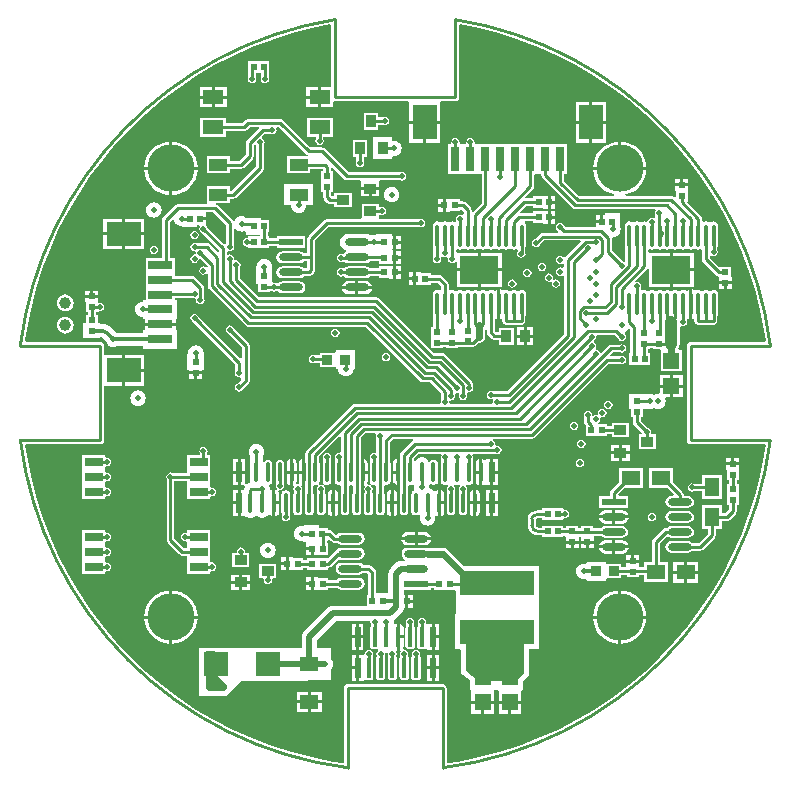
<source format=gtl>
G04*
G04 #@! TF.GenerationSoftware,Altium Limited,Altium Designer,20.0.2 (26)*
G04*
G04 Layer_Physical_Order=1*
G04 Layer_Color=255*
%FSLAX44Y44*%
%MOMM*%
G71*
G01*
G75*
%ADD18R,0.8890X1.0160*%
%ADD19R,0.6000X0.5000*%
%ADD20R,0.8128X0.8128*%
%ADD21R,1.6002X1.2954*%
%ADD22R,0.5000X0.6000*%
%ADD23R,1.2954X1.6002*%
%ADD24R,1.3970X1.3970*%
%ADD25R,1.6000X1.2000*%
%ADD26R,2.0320X0.6096*%
%ADD27O,2.0320X0.6096*%
%ADD28R,3.2800X2.4000*%
%ADD29O,0.3500X2.0000*%
%ADD30R,1.0668X0.8128*%
%ADD31R,0.8128X1.0668*%
%ADD32R,0.5000X1.7000*%
G04:AMPARAMS|DCode=33|XSize=0.4mm|YSize=1.7mm|CornerRadius=0.1mm|HoleSize=0mm|Usage=FLASHONLY|Rotation=0.000|XOffset=0mm|YOffset=0mm|HoleType=Round|Shape=RoundedRectangle|*
%AMROUNDEDRECTD33*
21,1,0.4000,1.5000,0,0,0.0*
21,1,0.2000,1.7000,0,0,0.0*
1,1,0.2000,0.1000,-0.7500*
1,1,0.2000,-0.1000,-0.7500*
1,1,0.2000,-0.1000,0.7500*
1,1,0.2000,0.1000,0.7500*
%
%ADD33ROUNDEDRECTD33*%
%ADD34R,0.4000X1.7000*%
%ADD35R,1.8000X1.2000*%
%ADD36R,6.3000X2.1500*%
G04:AMPARAMS|DCode=37|XSize=2mm|YSize=2mm|CornerRadius=0mm|HoleSize=0mm|Usage=FLASHONLY|Rotation=0.000|XOffset=0mm|YOffset=0mm|HoleType=Round|Shape=RoundedRectangle|*
%AMROUNDEDRECTD37*
21,1,2.0000,2.0000,0,0,0.0*
21,1,2.0000,2.0000,0,0,0.0*
1,1,0.0000,1.0000,-1.0000*
1,1,0.0000,-1.0000,-1.0000*
1,1,0.0000,-1.0000,1.0000*
1,1,0.0000,1.0000,1.0000*
%
%ADD37ROUNDEDRECTD37*%
%ADD38R,0.8000X2.1000*%
%ADD39R,2.1000X3.0000*%
%ADD40R,1.5200X0.7600*%
%ADD41R,1.6000X1.0000*%
%ADD42R,3.0000X2.1000*%
%ADD43R,2.1000X0.8000*%
G04:AMPARAMS|DCode=44|XSize=0.32mm|YSize=1.7mm|CornerRadius=0.08mm|HoleSize=0mm|Usage=FLASHONLY|Rotation=0.000|XOffset=0mm|YOffset=0mm|HoleType=Round|Shape=RoundedRectangle|*
%AMROUNDEDRECTD44*
21,1,0.3200,1.5400,0,0,0.0*
21,1,0.1600,1.7000,0,0,0.0*
1,1,0.1600,0.0800,-0.7700*
1,1,0.1600,-0.0800,-0.7700*
1,1,0.1600,-0.0800,0.7700*
1,1,0.1600,0.0800,0.7700*
%
%ADD44ROUNDEDRECTD44*%
%ADD45C,1.0000*%
%ADD75C,0.3000*%
%ADD76C,0.2540*%
%ADD77C,0.6000*%
%ADD78C,0.5000*%
%ADD79C,1.0000*%
G04:AMPARAMS|DCode=80|XSize=4mm|YSize=4mm|CornerRadius=2mm|HoleSize=0mm|Usage=FLASHONLY|Rotation=0.000|XOffset=0mm|YOffset=0mm|HoleType=Round|Shape=RoundedRectangle|*
%AMROUNDEDRECTD80*
21,1,4.0000,0.0000,0,0,0.0*
21,1,0.0000,4.0000,0,0,0.0*
1,1,4.0000,0.0000,0.0000*
1,1,4.0000,0.0000,0.0000*
1,1,4.0000,0.0000,0.0000*
1,1,4.0000,0.0000,0.0000*
%
%ADD80ROUNDEDRECTD80*%
%ADD81C,0.5000*%
G36*
X70479Y308787D02*
X87681Y304349D01*
X104608Y298954D01*
X121206Y292618D01*
X137423Y285362D01*
X153207Y277207D01*
X168509Y268181D01*
X183281Y258311D01*
X197476Y247628D01*
X211050Y236165D01*
X223960Y223960D01*
X236165Y211050D01*
X247628Y197476D01*
X258311Y183281D01*
X268181Y168509D01*
X277207Y153207D01*
X285362Y137423D01*
X292618Y121206D01*
X298954Y104608D01*
X304349Y87681D01*
X308787Y70479D01*
X312253Y53054D01*
X313489Y44293D01*
X312656Y43334D01*
X250000D01*
X248724Y43080D01*
X247642Y42358D01*
X246920Y41276D01*
X246666Y40000D01*
Y-40000D01*
X246920Y-41276D01*
X247642Y-42358D01*
X248724Y-43080D01*
X250000Y-43334D01*
X312656D01*
X313489Y-44293D01*
X312253Y-53054D01*
X308787Y-70479D01*
X304349Y-87681D01*
X298954Y-104608D01*
X292618Y-121206D01*
X285362Y-137423D01*
X277207Y-153207D01*
X268181Y-168509D01*
X258311Y-183281D01*
X247628Y-197476D01*
X236165Y-211050D01*
X223960Y-223960D01*
X211050Y-236165D01*
X197476Y-247628D01*
X183281Y-258311D01*
X168509Y-268181D01*
X153207Y-277207D01*
X137423Y-285362D01*
X121206Y-292618D01*
X104608Y-298954D01*
X87681Y-304349D01*
X70479Y-308787D01*
X53054Y-312253D01*
X44293Y-313489D01*
X43334Y-312656D01*
Y-250000D01*
X43080Y-248724D01*
X42358Y-247642D01*
X41276Y-246920D01*
X40000Y-246666D01*
X-40000D01*
X-41276Y-246920D01*
X-42358Y-247642D01*
X-43080Y-248724D01*
X-43334Y-250000D01*
Y-312656D01*
X-44293Y-313489D01*
X-53054Y-312253D01*
X-70479Y-308787D01*
X-87681Y-304349D01*
X-104608Y-298954D01*
X-121206Y-292618D01*
X-137423Y-285362D01*
X-153207Y-277207D01*
X-168509Y-268181D01*
X-183281Y-258311D01*
X-197476Y-247628D01*
X-211050Y-236165D01*
X-223960Y-223960D01*
X-236165Y-211050D01*
X-247628Y-197476D01*
X-258311Y-183281D01*
X-268181Y-168509D01*
X-277207Y-153207D01*
X-285362Y-137423D01*
X-292618Y-121206D01*
X-298954Y-104608D01*
X-304349Y-87681D01*
X-308787Y-70479D01*
X-312253Y-53054D01*
X-313489Y-44293D01*
X-312656Y-43334D01*
X-250000D01*
X-248724Y-43080D01*
X-247642Y-42358D01*
X-246920Y-41276D01*
X-246666Y-40000D01*
Y6010D01*
X-231240D01*
Y19050D01*
Y32090D01*
X-246666D01*
Y40000D01*
X-246920Y41276D01*
X-247642Y42358D01*
X-248724Y43080D01*
X-250000Y43334D01*
X-312656D01*
X-313489Y44293D01*
X-312253Y53054D01*
X-308787Y70479D01*
X-304349Y87681D01*
X-298954Y104608D01*
X-292618Y121206D01*
X-285362Y137423D01*
X-277207Y153207D01*
X-268181Y168509D01*
X-258311Y183281D01*
X-247628Y197476D01*
X-236165Y211050D01*
X-223960Y223960D01*
X-211050Y236165D01*
X-197476Y247628D01*
X-183281Y258311D01*
X-168509Y268181D01*
X-153207Y277207D01*
X-137423Y285362D01*
X-121206Y292618D01*
X-104608Y298954D01*
X-87681Y304349D01*
X-70479Y308787D01*
X-55116Y311842D01*
X-54134Y311037D01*
Y258773D01*
X-62889D01*
Y250233D01*
Y241693D01*
X-52620D01*
Y245872D01*
X-51350Y246775D01*
X-50800Y246666D01*
X10650D01*
X11810Y246400D01*
X11810Y245396D01*
Y230130D01*
X24850D01*
X37890D01*
Y245396D01*
X37890Y246400D01*
X39050Y246666D01*
X50800D01*
X52076Y246920D01*
X53158Y247642D01*
X53880Y248724D01*
X54134Y250000D01*
Y311037D01*
X55116Y311842D01*
X70479Y308787D01*
D02*
G37*
%LPC*%
G36*
X-106570Y280590D02*
X-124570D01*
Y270590D01*
X-124564D01*
Y266609D01*
X-124799Y265430D01*
X-124527Y264064D01*
X-123753Y262907D01*
X-122596Y262133D01*
X-121230Y261861D01*
X-119864Y262133D01*
X-118707Y262907D01*
X-117933Y264064D01*
X-117661Y265430D01*
X-117896Y266609D01*
Y270590D01*
X-113824D01*
Y266609D01*
X-114059Y265430D01*
X-113787Y264064D01*
X-113013Y262907D01*
X-111856Y262133D01*
X-110490Y261861D01*
X-109124Y262133D01*
X-107967Y262907D01*
X-107193Y264064D01*
X-106921Y265430D01*
X-107156Y266609D01*
Y270590D01*
X-106570D01*
Y280590D01*
D02*
G37*
G36*
X-65429Y258773D02*
X-75700D01*
Y251503D01*
X-65429D01*
Y258773D01*
D02*
G37*
G36*
X-142620Y258773D02*
X-152890D01*
Y251503D01*
X-142620D01*
Y258773D01*
D02*
G37*
G36*
X-155430D02*
X-165700D01*
Y251503D01*
X-155430D01*
Y258773D01*
D02*
G37*
G36*
X-142620Y248963D02*
X-152890D01*
Y241693D01*
X-142620D01*
Y248963D01*
D02*
G37*
G36*
X-155430D02*
X-165700D01*
Y241693D01*
X-155430D01*
Y248963D01*
D02*
G37*
G36*
X-65429Y248963D02*
X-75700D01*
Y241693D01*
X-65429D01*
Y248963D01*
D02*
G37*
G36*
X178690Y246400D02*
X166920D01*
Y230130D01*
X178690D01*
Y246400D01*
D02*
G37*
G36*
X164380D02*
X152610D01*
Y230130D01*
X164380D01*
Y246400D01*
D02*
G37*
G36*
X-14307Y237166D02*
X-26435D01*
Y222498D01*
X-14307D01*
Y226536D01*
X-10069D01*
X-8890Y226301D01*
X-7524Y226573D01*
X-6367Y227347D01*
X-5593Y228504D01*
X-5321Y229870D01*
X-5593Y231236D01*
X-6367Y232393D01*
X-7524Y233167D01*
X-8890Y233439D01*
X-10069Y233204D01*
X-14307D01*
Y237166D01*
D02*
G37*
G36*
X178690Y227590D02*
X166920D01*
Y211320D01*
X178690D01*
Y227590D01*
D02*
G37*
G36*
X164380D02*
X152610D01*
Y211320D01*
X164380D01*
Y227590D01*
D02*
G37*
G36*
X37890Y227590D02*
X26120D01*
Y211320D01*
X37890D01*
Y227590D01*
D02*
G37*
G36*
X23580D02*
X11810D01*
Y211320D01*
X23580D01*
Y227590D01*
D02*
G37*
G36*
X-53160Y232833D02*
X-75160D01*
Y216833D01*
X-67494D01*
Y214539D01*
X-67729Y213360D01*
X-67457Y211994D01*
X-66683Y210837D01*
X-65526Y210063D01*
X-64160Y209791D01*
X-62794Y210063D01*
X-61637Y210837D01*
X-60863Y211994D01*
X-60591Y213360D01*
X-60826Y214539D01*
Y216833D01*
X-53160D01*
Y232833D01*
D02*
G37*
G36*
X-2769Y216230D02*
X-18897D01*
Y197562D01*
X-2769D01*
Y199688D01*
X-1814Y200526D01*
X-1270Y200454D01*
X427Y200677D01*
X2008Y201332D01*
X3366Y202374D01*
X4408Y203732D01*
X5063Y205313D01*
X5286Y207010D01*
X5063Y208707D01*
X4408Y210288D01*
X3366Y211646D01*
X2008Y212688D01*
X427Y213343D01*
X-1270Y213566D01*
X-1814Y213494D01*
X-2769Y214332D01*
Y216230D01*
D02*
G37*
G36*
X191270Y212524D02*
Y191270D01*
X212524D01*
X212214Y194419D01*
X210925Y198667D01*
X208832Y202583D01*
X206015Y206015D01*
X202583Y208832D01*
X198667Y210925D01*
X194419Y212214D01*
X191270Y212524D01*
D02*
G37*
G36*
X188730D02*
X185581Y212214D01*
X181333Y210925D01*
X177417Y208832D01*
X173985Y206015D01*
X171168Y202583D01*
X169075Y198667D01*
X167786Y194419D01*
X167476Y191270D01*
X188730D01*
Y212524D01*
D02*
G37*
G36*
X-188730D02*
Y191270D01*
X-167476D01*
X-167786Y194419D01*
X-169075Y198667D01*
X-171168Y202583D01*
X-173985Y206015D01*
X-177417Y208832D01*
X-181333Y210925D01*
X-185581Y212214D01*
X-188730Y212524D01*
D02*
G37*
G36*
X-191270D02*
X-194419Y212214D01*
X-198667Y210925D01*
X-202583Y208832D01*
X-206015Y206015D01*
X-208832Y202583D01*
X-210925Y198667D01*
X-212214Y194419D01*
X-212524Y191270D01*
X-191270D01*
Y212524D01*
D02*
G37*
G36*
X-23844Y214230D02*
X-35972D01*
Y199562D01*
X-33294D01*
Y195489D01*
X-33529Y194310D01*
X-33257Y192944D01*
X-32483Y191787D01*
X-31326Y191013D01*
X-29960Y190741D01*
X-28594Y191013D01*
X-27437Y191787D01*
X-26663Y192944D01*
X-26391Y194310D01*
X-26626Y195489D01*
Y199562D01*
X-23844D01*
Y214230D01*
D02*
G37*
G36*
X-143160Y232833D02*
X-165160D01*
Y216833D01*
X-143160D01*
Y221499D01*
X-128227D01*
X-126951Y221752D01*
X-125870Y222475D01*
X-123079Y225266D01*
X-115835D01*
X-115309Y223996D01*
X-125548Y213757D01*
X-126270Y212676D01*
X-126524Y211400D01*
Y202041D01*
X-132191Y196374D01*
X-139860D01*
Y200040D01*
X-159860D01*
Y186040D01*
X-139860D01*
Y189706D01*
X-130810D01*
X-129534Y189960D01*
X-128453Y190682D01*
X-120833Y198302D01*
X-120110Y199384D01*
X-119856Y200660D01*
Y210019D01*
X-118862Y211013D01*
X-117634Y210445D01*
Y191881D01*
X-138541Y170974D01*
X-139860D01*
Y174640D01*
X-159860D01*
Y160814D01*
X-159860Y160640D01*
X-160280Y159544D01*
X-184150D01*
X-185426Y159290D01*
X-186508Y158567D01*
X-196667Y148407D01*
X-197390Y147326D01*
X-197644Y146050D01*
Y114200D01*
X-211470D01*
Y102970D01*
X-211470Y102200D01*
X-211470Y100930D01*
Y89700D01*
X-211470D01*
Y89000D01*
X-211470D01*
Y78500D01*
X-213470D01*
Y77698D01*
X-214001Y77232D01*
X-215698Y77009D01*
X-217279Y76354D01*
X-218637Y75312D01*
X-219679Y73954D01*
X-220334Y72373D01*
X-220557Y70676D01*
X-220334Y68979D01*
X-219679Y67398D01*
X-218637Y66040D01*
X-217279Y64998D01*
X-215698Y64343D01*
X-214001Y64120D01*
X-213470Y63654D01*
Y62500D01*
X-212010D01*
Y59070D01*
X-185930D01*
Y62500D01*
X-184470D01*
Y78500D01*
X-186470D01*
Y80166D01*
X-171209D01*
X-170030Y79931D01*
X-169704Y79996D01*
X-169576Y79964D01*
X-168584Y78924D01*
X-168669Y78500D01*
X-168397Y77134D01*
X-167623Y75977D01*
X-166466Y75203D01*
X-165100Y74931D01*
X-163734Y75203D01*
X-162577Y75977D01*
X-161803Y77134D01*
X-161531Y78500D01*
X-161766Y79679D01*
Y88661D01*
X-162020Y89937D01*
X-162743Y91018D01*
X-169782Y98058D01*
X-170863Y98780D01*
X-172139Y99034D01*
X-185572D01*
X-186470Y99932D01*
X-186470Y101700D01*
X-186470Y102970D01*
Y114200D01*
X-190976D01*
Y144669D01*
X-188556Y147088D01*
X-187216Y146633D01*
X-187083Y145623D01*
X-186428Y144042D01*
X-185386Y142684D01*
X-184028Y141642D01*
X-182447Y140987D01*
X-180750Y140764D01*
X-180600Y140632D01*
Y140320D01*
X-167600D01*
Y141780D01*
X-166177D01*
X-165498Y140510D01*
X-165762Y140116D01*
X-166034Y138750D01*
X-165762Y137384D01*
X-164988Y136227D01*
X-163989Y135559D01*
X-149384Y120954D01*
Y119577D01*
X-150557Y119091D01*
X-157324Y125857D01*
X-158406Y126580D01*
X-159681Y126834D01*
X-168851D01*
X-170030Y127069D01*
X-171396Y126797D01*
X-172553Y126023D01*
X-173327Y124866D01*
X-173599Y123500D01*
X-173327Y122134D01*
X-172553Y120977D01*
X-171396Y120203D01*
X-170030Y119931D01*
X-169840Y119969D01*
X-168875Y119120D01*
X-168866Y117874D01*
X-169815Y117026D01*
X-170030Y117069D01*
X-171396Y116797D01*
X-172553Y116023D01*
X-173327Y114866D01*
X-173599Y113500D01*
X-173327Y112134D01*
X-172553Y110977D01*
X-171396Y110203D01*
X-170030Y109931D01*
X-168664Y110203D01*
X-167507Y110977D01*
X-166733Y112134D01*
X-166486Y113375D01*
X-166033Y113656D01*
X-165254Y113939D01*
X-158606Y107291D01*
X-158711Y106467D01*
X-159613Y106142D01*
X-160001Y106063D01*
X-161099Y106797D01*
X-162465Y107069D01*
X-163831Y106797D01*
X-164988Y106023D01*
X-165762Y104866D01*
X-166034Y103500D01*
X-165762Y102134D01*
X-164988Y100977D01*
X-163831Y100203D01*
X-162465Y99931D01*
X-161099Y100203D01*
X-159942Y100977D01*
X-159734Y101287D01*
X-158464Y100902D01*
Y90078D01*
X-158210Y88802D01*
X-157487Y87720D01*
X-126720Y56953D01*
X-125638Y56230D01*
X-124362Y55976D01*
X-25183D01*
X20830Y9962D01*
X21912Y9240D01*
X23188Y8986D01*
X29538D01*
X38936Y-412D01*
Y-6841D01*
X38701Y-8020D01*
X38734Y-8186D01*
X37692Y-9456D01*
X-34451D01*
X-35726Y-9710D01*
X-36808Y-10432D01*
X-75087Y-48712D01*
X-75810Y-49794D01*
X-76064Y-51069D01*
Y-55494D01*
X-76460Y-55819D01*
Y-67310D01*
Y-78801D01*
X-76064Y-79126D01*
Y-84363D01*
X-76167Y-84517D01*
X-76385Y-85610D01*
Y-101010D01*
X-76167Y-102102D01*
X-75549Y-103029D01*
X-74623Y-103647D01*
X-73530Y-103865D01*
X-71930D01*
X-70837Y-103647D01*
X-69911Y-103029D01*
X-69292Y-102102D01*
X-69075Y-101010D01*
Y-85610D01*
X-69292Y-84517D01*
X-69396Y-84363D01*
Y-78576D01*
X-68530Y-77865D01*
X-66930D01*
X-65961Y-77672D01*
X-65837Y-77648D01*
X-65192Y-78715D01*
X-65253Y-78757D01*
X-66027Y-79914D01*
X-66298Y-81280D01*
X-66064Y-82459D01*
Y-84363D01*
X-66167Y-84517D01*
X-66385Y-85610D01*
Y-101010D01*
X-66167Y-102102D01*
X-65549Y-103029D01*
X-64623Y-103647D01*
X-63530Y-103865D01*
X-61930D01*
X-60837Y-103647D01*
X-59911Y-103029D01*
X-59292Y-102102D01*
X-59075Y-101010D01*
Y-85610D01*
X-59292Y-84517D01*
X-59396Y-84363D01*
Y-82459D01*
X-59161Y-81280D01*
X-59433Y-79914D01*
X-60207Y-78757D01*
X-60268Y-78715D01*
X-59623Y-77648D01*
X-59499Y-77672D01*
X-58530Y-77865D01*
X-56930D01*
X-55837Y-77648D01*
X-54911Y-77029D01*
X-54292Y-76102D01*
X-54075Y-75010D01*
Y-59610D01*
X-54292Y-58517D01*
X-54396Y-58363D01*
Y-55899D01*
X-54161Y-54720D01*
X-54433Y-53354D01*
X-55207Y-52197D01*
X-56364Y-51423D01*
X-57730Y-51151D01*
X-59096Y-51423D01*
X-60253Y-52197D01*
X-61027Y-53354D01*
X-61299Y-54720D01*
X-61064Y-55899D01*
Y-58363D01*
X-61167Y-58517D01*
X-61385Y-59610D01*
Y-75010D01*
X-61167Y-76102D01*
X-60619Y-76924D01*
X-60549Y-77029D01*
X-61288Y-78034D01*
X-61364Y-77983D01*
X-62730Y-77711D01*
X-64096Y-77983D01*
X-64172Y-78034D01*
X-64911Y-77029D01*
X-64841Y-76924D01*
X-64292Y-76102D01*
X-64075Y-75010D01*
Y-59610D01*
X-64292Y-58517D01*
X-64396Y-58363D01*
Y-53871D01*
X-47237Y-36712D01*
X-46064Y-37199D01*
Y-50212D01*
X-47334Y-51230D01*
X-47730Y-51151D01*
X-49096Y-51423D01*
X-50253Y-52197D01*
X-51027Y-53354D01*
X-51299Y-54720D01*
X-51064Y-55899D01*
Y-58363D01*
X-51167Y-58517D01*
X-51385Y-59610D01*
Y-75010D01*
X-51167Y-76102D01*
X-50549Y-77029D01*
X-49623Y-77648D01*
X-48530Y-77865D01*
X-46930D01*
X-46064Y-78576D01*
Y-84363D01*
X-46167Y-84517D01*
X-46385Y-85610D01*
Y-101010D01*
X-46167Y-102102D01*
X-45549Y-103029D01*
X-44623Y-103647D01*
X-43530Y-103865D01*
X-41930D01*
X-40837Y-103647D01*
X-39911Y-103029D01*
X-39293Y-102102D01*
X-39075Y-101010D01*
Y-85610D01*
X-39293Y-84517D01*
X-39396Y-84363D01*
Y-78576D01*
X-38530Y-77865D01*
X-36930D01*
X-36064Y-78576D01*
Y-84363D01*
X-36168Y-84517D01*
X-36385Y-85610D01*
Y-101010D01*
X-36168Y-102102D01*
X-35549Y-103029D01*
X-34622Y-103647D01*
X-33530Y-103865D01*
X-31930D01*
X-30838Y-103647D01*
X-29911Y-103029D01*
X-29292Y-102102D01*
X-29075Y-101010D01*
Y-85610D01*
X-29292Y-84517D01*
X-29396Y-84363D01*
Y-79126D01*
X-29000Y-78801D01*
Y-67310D01*
Y-55819D01*
X-29396Y-55494D01*
Y-38133D01*
X-25547Y-34284D01*
X-16874D01*
X-16091Y-35554D01*
X-16269Y-36449D01*
X-16064Y-37477D01*
Y-50212D01*
X-17334Y-51230D01*
X-17730Y-51151D01*
X-19096Y-51423D01*
X-20253Y-52197D01*
X-21027Y-53354D01*
X-21299Y-54720D01*
X-21064Y-55899D01*
Y-58363D01*
X-21168Y-58517D01*
X-21385Y-59610D01*
Y-75010D01*
X-21168Y-76102D01*
X-20619Y-76924D01*
X-20549Y-77029D01*
X-21286Y-78031D01*
X-21326Y-78009D01*
X-21364Y-77983D01*
X-22730Y-77711D01*
X-23261Y-77817D01*
X-24025Y-76674D01*
X-23784Y-76313D01*
X-23525Y-75010D01*
Y-68580D01*
X-26460D01*
Y-78381D01*
X-25731Y-79472D01*
X-26027Y-79914D01*
X-26299Y-81280D01*
X-26064Y-82459D01*
Y-84363D01*
X-26168Y-84517D01*
X-26385Y-85610D01*
Y-101010D01*
X-26168Y-102102D01*
X-25549Y-103029D01*
X-24622Y-103647D01*
X-23530Y-103865D01*
X-21930D01*
X-20838Y-103647D01*
X-19911Y-103029D01*
X-19293Y-102102D01*
X-19075Y-101010D01*
Y-85610D01*
X-19293Y-84517D01*
X-19396Y-84363D01*
Y-82459D01*
X-19161Y-81280D01*
X-19433Y-79914D01*
X-20207Y-78757D01*
X-20231Y-78740D01*
X-20266Y-78712D01*
X-19622Y-77648D01*
X-19499Y-77672D01*
X-18530Y-77865D01*
X-16930D01*
X-16064Y-78576D01*
Y-84363D01*
X-16168Y-84517D01*
X-16385Y-85610D01*
Y-101010D01*
X-16168Y-102102D01*
X-15549Y-103029D01*
X-14622Y-103647D01*
X-13530Y-103865D01*
X-11930D01*
X-10838Y-103647D01*
X-9911Y-103029D01*
X-9293Y-102102D01*
X-9075Y-101010D01*
Y-85610D01*
X-9293Y-84517D01*
X-9396Y-84363D01*
Y-78576D01*
X-8530Y-77865D01*
X-6930D01*
X-5838Y-77648D01*
X-4911Y-77029D01*
X-4292Y-76102D01*
X-4075Y-75010D01*
Y-59610D01*
X-4292Y-58517D01*
X-4396Y-58363D01*
Y-41751D01*
X-1469Y-38824D01*
X15337D01*
X15462Y-40094D01*
X15433Y-40100D01*
X14351Y-40823D01*
X4913Y-50261D01*
X4190Y-51343D01*
X3936Y-52619D01*
Y-55494D01*
X3540Y-55819D01*
Y-67310D01*
Y-78801D01*
X3936Y-79126D01*
Y-84363D01*
X3832Y-84517D01*
X3615Y-85610D01*
Y-101010D01*
X3832Y-102102D01*
X4451Y-103029D01*
X5378Y-103647D01*
X6470Y-103865D01*
X8070D01*
X9162Y-103647D01*
X10089Y-103029D01*
X10707Y-102102D01*
X10925Y-101010D01*
Y-85610D01*
X10707Y-84517D01*
X10604Y-84363D01*
Y-78576D01*
X11470Y-77865D01*
X13070D01*
X14162Y-77648D01*
X14965Y-77111D01*
X15050Y-77140D01*
X15937Y-78083D01*
X15714Y-79780D01*
X15937Y-81477D01*
X16084Y-81831D01*
X15485Y-82951D01*
X15378Y-82972D01*
X14451Y-83591D01*
X13832Y-84517D01*
X13615Y-85610D01*
Y-101010D01*
X13832Y-102102D01*
X14451Y-103029D01*
X15378Y-103647D01*
X16470Y-103865D01*
X18070D01*
X19162Y-103647D01*
X20089Y-103029D01*
X20105Y-103005D01*
X21230Y-103606D01*
X20937Y-104313D01*
X20714Y-106010D01*
X20937Y-107707D01*
X21592Y-109288D01*
X22634Y-110646D01*
X23992Y-111688D01*
X25573Y-112343D01*
X27270Y-112566D01*
X28967Y-112343D01*
X30548Y-111688D01*
X31906Y-110646D01*
X32948Y-109288D01*
X33603Y-107707D01*
X33826Y-106010D01*
X33650Y-104670D01*
X34461Y-104007D01*
X34776Y-103895D01*
X35167Y-104156D01*
X36000Y-104322D01*
Y-93310D01*
Y-82298D01*
X35167Y-82464D01*
X34062Y-83202D01*
X33845Y-83527D01*
X33455Y-83593D01*
X32384Y-83427D01*
X31531Y-82149D01*
X29943Y-81088D01*
X28687Y-80839D01*
X28826Y-79780D01*
X28603Y-78083D01*
X29490Y-77140D01*
X29575Y-77111D01*
X30378Y-77648D01*
X31470Y-77865D01*
X33070D01*
X34162Y-77648D01*
X35089Y-77029D01*
X35707Y-76102D01*
X35925Y-75010D01*
Y-59610D01*
X35707Y-58517D01*
X35089Y-57591D01*
X34162Y-56972D01*
X33070Y-56755D01*
X31470D01*
X30378Y-56972D01*
X29451Y-57591D01*
X28994Y-58276D01*
X28000Y-58248D01*
X27672Y-58142D01*
X27592Y-57737D01*
X26531Y-56149D01*
X24943Y-55089D01*
X23070Y-54716D01*
X21470D01*
X19597Y-55089D01*
X18009Y-56149D01*
X16948Y-57737D01*
X16874Y-58112D01*
X15604Y-57986D01*
Y-55420D01*
X19431Y-51594D01*
X38622D01*
X39301Y-52864D01*
X38973Y-53354D01*
X38701Y-54720D01*
X38936Y-55899D01*
Y-58363D01*
X38832Y-58517D01*
X38615Y-59610D01*
Y-75010D01*
X38832Y-76102D01*
X39451Y-77029D01*
X40377Y-77648D01*
X41470Y-77865D01*
X43070D01*
X44039Y-77672D01*
X44163Y-77648D01*
X44806Y-78712D01*
X44771Y-78740D01*
X44747Y-78757D01*
X43973Y-79914D01*
X43701Y-81280D01*
X43936Y-82459D01*
Y-84363D01*
X43832Y-84517D01*
X43615Y-85610D01*
Y-101010D01*
X43832Y-102102D01*
X44451Y-103029D01*
X45377Y-103647D01*
X46470Y-103865D01*
X48070D01*
X49163Y-103647D01*
X50089Y-103029D01*
X50708Y-102102D01*
X50925Y-101010D01*
Y-85610D01*
X50708Y-84517D01*
X50604Y-84363D01*
Y-82459D01*
X50839Y-81280D01*
X50567Y-79914D01*
X49793Y-78757D01*
X49769Y-78740D01*
X49734Y-78712D01*
X50377Y-77648D01*
X50501Y-77672D01*
X51470Y-77865D01*
X53070D01*
X54039Y-77672D01*
X54163Y-77648D01*
X54806Y-78712D01*
X54771Y-78740D01*
X54747Y-78757D01*
X53973Y-79914D01*
X53701Y-81280D01*
X53936Y-82459D01*
Y-84363D01*
X53833Y-84517D01*
X53615Y-85610D01*
Y-101010D01*
X53833Y-102102D01*
X54451Y-103029D01*
X55377Y-103647D01*
X56470Y-103865D01*
X58070D01*
X59163Y-103647D01*
X60089Y-103029D01*
X60708Y-102102D01*
X60925Y-101010D01*
Y-85610D01*
X60708Y-84517D01*
X60604Y-84363D01*
Y-82459D01*
X60839Y-81280D01*
X60567Y-79914D01*
X59793Y-78757D01*
X59769Y-78740D01*
X59734Y-78712D01*
X60377Y-77648D01*
X60501Y-77672D01*
X61470Y-77865D01*
X63070D01*
X64163Y-77648D01*
X65089Y-77029D01*
X65708Y-76102D01*
X65925Y-75010D01*
Y-59610D01*
X65708Y-58517D01*
X65604Y-58363D01*
Y-55899D01*
X65839Y-54720D01*
X65567Y-53354D01*
X65239Y-52864D01*
X65918Y-51594D01*
X85181D01*
X86360Y-51829D01*
X87726Y-51557D01*
X88883Y-50783D01*
X89657Y-49626D01*
X89929Y-48260D01*
X89657Y-46894D01*
X88883Y-45737D01*
X87726Y-44963D01*
X86360Y-44691D01*
X85346Y-44893D01*
X85005Y-44659D01*
X84344Y-43656D01*
X84439Y-43180D01*
X84167Y-41814D01*
X83393Y-40657D01*
X82551Y-40094D01*
X82926Y-38824D01*
X115976D01*
X117252Y-38570D01*
X118334Y-37847D01*
X180347Y24166D01*
X190591D01*
X191770Y23931D01*
X193136Y24203D01*
X194293Y24977D01*
X195067Y26134D01*
X195339Y27500D01*
X195067Y28866D01*
X194293Y30023D01*
X193136Y30797D01*
X191770Y31069D01*
X190591Y30834D01*
X182254D01*
X181768Y32007D01*
X183927Y34166D01*
X190591D01*
X191770Y33931D01*
X193136Y34203D01*
X194293Y34977D01*
X195067Y36134D01*
X195339Y37500D01*
X195067Y38866D01*
X194293Y40023D01*
X193136Y40797D01*
X191770Y41069D01*
X190591Y40834D01*
X182546D01*
X181270Y40580D01*
X180189Y39857D01*
X174345Y34014D01*
X172867Y34332D01*
X172405Y35023D01*
X171247Y35797D01*
X170144Y36016D01*
X169692Y36846D01*
X169580Y37304D01*
X170049Y38004D01*
X170320Y39370D01*
X170049Y40736D01*
X169275Y41893D01*
X168305Y42542D01*
X167878Y43911D01*
X168276Y44309D01*
X169275Y44977D01*
X170049Y46134D01*
X170320Y47500D01*
X170287Y47666D01*
X171330Y48936D01*
X185619D01*
X188579Y45976D01*
X189247Y44977D01*
X190404Y44203D01*
X191770Y43931D01*
X193136Y44203D01*
X194293Y44977D01*
X195067Y46134D01*
X195339Y47500D01*
X195067Y48866D01*
X194293Y50023D01*
X194167Y50108D01*
X194308Y51541D01*
X195048Y51847D01*
X196406Y52889D01*
X197276Y54023D01*
X197436Y54081D01*
X197894Y54048D01*
X198596Y53736D01*
Y33866D01*
X198010D01*
Y23866D01*
X216010D01*
Y33866D01*
X214264D01*
Y36720D01*
X215930D01*
Y37886D01*
X218520D01*
Y36720D01*
X223733D01*
X224825Y36290D01*
Y18320D01*
X242795D01*
Y36290D01*
X240321D01*
X239695Y37560D01*
X239795Y37690D01*
X240500Y39393D01*
X240740Y41220D01*
Y55750D01*
X242010Y56429D01*
X242064Y56393D01*
X243430Y56121D01*
X244796Y56393D01*
X245953Y57167D01*
X246727Y58324D01*
X246999Y59690D01*
X246764Y60869D01*
Y62318D01*
X248034Y62997D01*
X248256Y62849D01*
X248660Y62769D01*
Y75140D01*
Y87511D01*
X248256Y87431D01*
X246837Y86483D01*
X245384Y86594D01*
X244893Y86922D01*
X243430Y87213D01*
X241967Y86922D01*
X241027Y86294D01*
X240180Y86172D01*
X239333Y86294D01*
X238393Y86922D01*
X236930Y87213D01*
X235467Y86922D01*
X234527Y86294D01*
X233680Y86172D01*
X232833Y86294D01*
X231893Y86922D01*
X230430Y87213D01*
X228967Y86922D01*
X228027Y86294D01*
X227180Y86172D01*
X226333Y86294D01*
X225393Y86922D01*
X223930Y87213D01*
X222467Y86922D01*
X221527Y86294D01*
X220680Y86172D01*
X219833Y86294D01*
X218893Y86922D01*
X217430Y87213D01*
X215967Y86922D01*
X215027Y86294D01*
X214180Y86172D01*
X213333Y86294D01*
X212393Y86922D01*
X210930Y87213D01*
X209467Y86922D01*
X209034Y86633D01*
X207764Y87312D01*
Y88800D01*
X207767Y88804D01*
X208039Y90170D01*
X207767Y91536D01*
X206993Y92693D01*
X205836Y93467D01*
X204470Y93739D01*
X203879Y93621D01*
X203253Y94791D01*
X213178Y104716D01*
X213470Y105153D01*
X214740Y104768D01*
Y89600D01*
X232410D01*
Y104140D01*
X233680D01*
D01*
X232410D01*
Y118680D01*
X215424D01*
X214740Y118680D01*
X214154Y119707D01*
Y121041D01*
X215424Y121720D01*
X215967Y121358D01*
X217430Y121067D01*
X218893Y121358D01*
X219833Y121986D01*
X220680Y122108D01*
X221527Y121986D01*
X222467Y121358D01*
X223930Y121067D01*
X225393Y121358D01*
X226333Y121986D01*
X227180Y122108D01*
X228027Y121986D01*
X228967Y121358D01*
X230430Y121067D01*
X231893Y121358D01*
X232833Y121986D01*
X233680Y122108D01*
X234527Y121986D01*
X235467Y121358D01*
X236930Y121067D01*
X238393Y121358D01*
X239333Y121986D01*
X240180Y122108D01*
X241027Y121986D01*
X241967Y121358D01*
X243430Y121067D01*
X244893Y121358D01*
X245833Y121986D01*
X246680Y122108D01*
X247527Y121986D01*
X248467Y121358D01*
X249930Y121067D01*
X251393Y121358D01*
X252333Y121986D01*
X253180Y122108D01*
X254027Y121986D01*
X254967Y121358D01*
X256430Y121067D01*
X257893Y121358D01*
X258326Y121647D01*
X259596Y120968D01*
Y112990D01*
X259850Y111714D01*
X260572Y110632D01*
X271562Y99642D01*
X272644Y98920D01*
X272931Y98863D01*
X273860Y98040D01*
Y94270D01*
X279401D01*
X284940D01*
Y98040D01*
X284400D01*
Y106500D01*
X274400D01*
X274400Y106500D01*
Y106500D01*
X273446Y107189D01*
X266264Y114371D01*
Y115759D01*
X267534Y116437D01*
X268064Y116083D01*
X269430Y115811D01*
X270796Y116083D01*
X271953Y116857D01*
X272727Y118014D01*
X272999Y119380D01*
X272764Y120559D01*
Y123130D01*
X272962Y123427D01*
X273253Y124890D01*
Y141390D01*
X272962Y142853D01*
X272134Y144094D01*
X270893Y144922D01*
X269430Y145213D01*
X267967Y144922D01*
X267027Y144294D01*
X266180Y144172D01*
X265333Y144294D01*
X264393Y144922D01*
X262930Y145213D01*
X261467Y144922D01*
X261034Y144633D01*
X259764Y145312D01*
Y147430D01*
X259510Y148706D01*
X258787Y149788D01*
X247147Y161428D01*
X247570Y162450D01*
X247570D01*
Y170910D01*
X248110D01*
Y174680D01*
X237030D01*
Y170910D01*
X237570D01*
Y165904D01*
X236397Y165418D01*
X236168Y165648D01*
X235086Y166370D01*
X233810Y166624D01*
X194963D01*
X194774Y167894D01*
X198667Y169075D01*
X202583Y171168D01*
X206015Y173985D01*
X208832Y177417D01*
X210925Y181333D01*
X212214Y185581D01*
X212524Y188730D01*
X167476D01*
X167786Y185581D01*
X169075Y181333D01*
X171168Y177417D01*
X173985Y173985D01*
X177417Y171168D01*
X181333Y169075D01*
X185226Y167894D01*
X185037Y166624D01*
X155661D01*
X142934Y179352D01*
Y185360D01*
X145600D01*
Y210360D01*
X133600D01*
Y210360D01*
X132900D01*
Y210360D01*
X121470D01*
X120550Y210360D01*
X119630Y210360D01*
X108200D01*
Y210360D01*
X107500D01*
Y210360D01*
X96270D01*
X95500Y210360D01*
X94230Y210360D01*
X83570D01*
X82650Y210360D01*
X81730Y210360D01*
X70870D01*
X69950Y210360D01*
X67910Y210360D01*
X67057Y211630D01*
X67169Y212190D01*
X66897Y213556D01*
X66123Y214713D01*
X64966Y215487D01*
X63600Y215759D01*
X62234Y215487D01*
X61077Y214713D01*
X60303Y213556D01*
X60031Y212190D01*
X60143Y211630D01*
X59290Y210360D01*
X57250Y210360D01*
X55210Y210360D01*
X54357Y211630D01*
X54469Y212190D01*
X54197Y213556D01*
X53423Y214713D01*
X52266Y215487D01*
X50900Y215759D01*
X49534Y215487D01*
X48377Y214713D01*
X47603Y213556D01*
X47331Y212190D01*
X47443Y211630D01*
X46590Y210360D01*
X44900D01*
Y185360D01*
X56330D01*
X57250Y185360D01*
X58170Y185360D01*
X69030D01*
X69950Y185360D01*
X70870Y185360D01*
X72966D01*
Y160231D01*
X65974Y153239D01*
X64704Y153765D01*
Y154530D01*
X64450Y155806D01*
X63727Y156888D01*
X59507Y161108D01*
X58426Y161830D01*
X57150Y162084D01*
X54720D01*
Y163750D01*
X46260D01*
Y164290D01*
X42490D01*
Y158750D01*
Y153210D01*
X46260D01*
Y153750D01*
X54720D01*
Y154882D01*
X55990Y155195D01*
X58036Y153149D01*
Y150941D01*
X56766Y150263D01*
X56236Y150617D01*
X54870Y150889D01*
X53504Y150617D01*
X52347Y149843D01*
X51573Y148686D01*
X51301Y147320D01*
X51536Y146141D01*
Y145312D01*
X50266Y144633D01*
X49833Y144922D01*
X48370Y145213D01*
X46907Y144922D01*
X45967Y144294D01*
X45120Y144172D01*
X44273Y144294D01*
X43333Y144922D01*
X41870Y145213D01*
X40407Y144922D01*
X39467Y144294D01*
X38620Y144172D01*
X37773Y144294D01*
X36833Y144922D01*
X35370Y145213D01*
X33907Y144922D01*
X32666Y144094D01*
X31838Y142853D01*
X31547Y141390D01*
Y124890D01*
X31838Y123427D01*
X32036Y123130D01*
Y114399D01*
X31801Y113220D01*
X32073Y111854D01*
X32847Y110697D01*
X34004Y109923D01*
X35370Y109651D01*
X36736Y109923D01*
X37893Y110697D01*
X38667Y111854D01*
X38939Y113220D01*
X38704Y114399D01*
Y114856D01*
X39974Y115535D01*
X40544Y115154D01*
X41910Y114882D01*
X43276Y115154D01*
X43766Y115481D01*
X44110Y115297D01*
X44963Y114396D01*
X44691Y113030D01*
X44963Y111664D01*
X45737Y110507D01*
X46894Y109733D01*
X48260Y109461D01*
X49626Y109733D01*
X50783Y110507D01*
X50910Y110696D01*
X52180Y110311D01*
Y105410D01*
X69850D01*
Y118680D01*
X52974D01*
X52180Y118680D01*
X51704Y119753D01*
Y120968D01*
X52974Y121647D01*
X53407Y121358D01*
X54870Y121067D01*
X56333Y121358D01*
X57273Y121986D01*
X58120Y122108D01*
X58967Y121986D01*
X59907Y121358D01*
X61370Y121067D01*
X62833Y121358D01*
X63773Y121986D01*
X64620Y122108D01*
X65467Y121986D01*
X66407Y121358D01*
X67870Y121067D01*
X69333Y121358D01*
X70273Y121986D01*
X71120Y122108D01*
X71967Y121986D01*
X72907Y121358D01*
X74370Y121067D01*
X75833Y121358D01*
X76773Y121986D01*
X77620Y122108D01*
X78467Y121986D01*
X79407Y121358D01*
X80870Y121067D01*
X82333Y121358D01*
X83273Y121986D01*
X84120Y122108D01*
X84967Y121986D01*
X85907Y121358D01*
X87370Y121067D01*
X88833Y121358D01*
X89773Y121986D01*
X90620Y122108D01*
X91467Y121986D01*
X92407Y121358D01*
X93870Y121067D01*
X95333Y121358D01*
X96273Y121986D01*
X97120Y122108D01*
X97967Y121986D01*
X98907Y121358D01*
X100370Y121067D01*
X101833Y121358D01*
X102266Y121647D01*
X103536Y120968D01*
Y119463D01*
X103383Y119234D01*
X103111Y117869D01*
X103383Y116503D01*
X104157Y115345D01*
X105314Y114572D01*
X106680Y114300D01*
X108046Y114572D01*
X109203Y115345D01*
X109977Y116503D01*
X110249Y117869D01*
X110204Y118092D01*
Y123130D01*
X110402Y123427D01*
X110693Y124890D01*
Y141390D01*
X110402Y142853D01*
X109646Y143986D01*
X109770Y144511D01*
X110120Y145256D01*
X116730D01*
Y143590D01*
X125190D01*
Y143050D01*
X128961D01*
Y148590D01*
Y154130D01*
X125190D01*
Y153590D01*
X116730D01*
Y151924D01*
X106229D01*
X105742Y153097D01*
X110601Y157956D01*
X116730D01*
Y156290D01*
X125190D01*
Y155750D01*
X128961D01*
Y161290D01*
Y166830D01*
X125190D01*
Y166290D01*
X116730D01*
Y164624D01*
X110175D01*
X109649Y165894D01*
X116397Y172642D01*
X117120Y173724D01*
X117374Y175000D01*
Y184462D01*
X118272Y185360D01*
X120550Y185360D01*
X121470Y185360D01*
X123566D01*
Y184250D01*
X123820Y182974D01*
X124543Y181893D01*
X150042Y156392D01*
X151124Y155670D01*
X152400Y155416D01*
X219798D01*
X220477Y154146D01*
X220223Y153766D01*
X219951Y152400D01*
X220186Y151221D01*
Y148502D01*
X218916Y147823D01*
X218536Y148077D01*
X217170Y148349D01*
X215804Y148077D01*
X214647Y147303D01*
X213873Y146146D01*
X213753Y145541D01*
X212393Y144922D01*
X210930Y145213D01*
X209467Y144922D01*
X208527Y144294D01*
X207680Y144172D01*
X206833Y144294D01*
X205893Y144922D01*
X204430Y145213D01*
X202967Y144922D01*
X202027Y144294D01*
X201180Y144172D01*
X200333Y144294D01*
X199393Y144922D01*
X197930Y145213D01*
X196467Y144922D01*
X195226Y144094D01*
X194398Y142853D01*
X194107Y141390D01*
Y124890D01*
X194398Y123427D01*
X194596Y123130D01*
Y111275D01*
X193944Y110790D01*
X193326Y110659D01*
X183674Y120311D01*
Y130656D01*
X183818Y131023D01*
X184755Y131954D01*
X185847Y132097D01*
X187428Y132752D01*
X188786Y133794D01*
X189828Y135152D01*
X190483Y136733D01*
X190706Y138430D01*
X190483Y140127D01*
X190260Y140664D01*
Y151780D01*
X177260D01*
Y150320D01*
X176030D01*
Y144780D01*
X174760D01*
Y143510D01*
X169720D01*
Y140144D01*
X144161D01*
X142577Y141728D01*
X141910Y142727D01*
X140752Y143501D01*
X139386Y143772D01*
X138021Y143501D01*
X136863Y142727D01*
X136089Y141569D01*
X135818Y140204D01*
X136089Y138838D01*
X136863Y137680D01*
X137862Y137013D01*
X138098Y136777D01*
X137612Y135604D01*
X124840D01*
X123564Y135350D01*
X122483Y134628D01*
X117856Y130001D01*
X116857Y129333D01*
X116083Y128176D01*
X115811Y126810D01*
X116083Y125444D01*
X116857Y124287D01*
X118014Y123513D01*
X119380Y123241D01*
X120746Y123513D01*
X121903Y124287D01*
X122571Y125286D01*
X126221Y128936D01*
X156486D01*
X156972Y127763D01*
X143944Y114734D01*
X142933Y114664D01*
X142375Y114797D01*
X142223Y115023D01*
X141066Y115797D01*
X139700Y116069D01*
X138334Y115797D01*
X137177Y115023D01*
X136403Y113866D01*
X136131Y112500D01*
X136403Y111134D01*
X137177Y109977D01*
X138334Y109203D01*
X139700Y108931D01*
X141066Y109203D01*
X141446Y109457D01*
X142716Y108778D01*
Y106222D01*
X141446Y105543D01*
X141066Y105797D01*
X139700Y106069D01*
X138334Y105797D01*
X137177Y105023D01*
X136403Y103866D01*
X136131Y102500D01*
X136403Y101134D01*
X137177Y99977D01*
X138334Y99203D01*
X139700Y98931D01*
X141066Y99203D01*
X141446Y99457D01*
X142716Y98778D01*
Y49636D01*
X94604Y1524D01*
X82049D01*
X80870Y1759D01*
X79504Y1487D01*
X78347Y713D01*
X77573Y-444D01*
X77301Y-1810D01*
X77573Y-3176D01*
X78347Y-4333D01*
X79504Y-5107D01*
X80870Y-5379D01*
X82049Y-5144D01*
X82470D01*
X82863Y-5879D01*
X83031Y-6414D01*
X82791Y-7620D01*
X82904Y-8186D01*
X81966Y-9456D01*
X46848D01*
X45806Y-8186D01*
X45839Y-8020D01*
X45654Y-7092D01*
X45982Y-6603D01*
X46874Y-6040D01*
X47220Y-6109D01*
X48586Y-5837D01*
X49743Y-5063D01*
X50517Y-3906D01*
X50789Y-2540D01*
X50554Y-1361D01*
Y-664D01*
X51824Y330D01*
X52270Y241D01*
X52666Y320D01*
X53936Y-697D01*
Y-1361D01*
X53701Y-2540D01*
X53973Y-3906D01*
X54747Y-5063D01*
X55904Y-5837D01*
X57270Y-6109D01*
X58636Y-5837D01*
X59793Y-5063D01*
X60567Y-3906D01*
X60839Y-2540D01*
X60604Y-1361D01*
Y-724D01*
X61874Y312D01*
X62230Y241D01*
X63596Y513D01*
X64753Y1287D01*
X65527Y2444D01*
X65799Y3810D01*
X65564Y4989D01*
Y7691D01*
X65310Y8966D01*
X64587Y10048D01*
X41798Y32838D01*
X40716Y33560D01*
X39441Y33814D01*
X32091D01*
X-13922Y79827D01*
X-15004Y80550D01*
X-16280Y80804D01*
X-115459D01*
X-131286Y96631D01*
Y107321D01*
X-131051Y108500D01*
X-131323Y109866D01*
X-132097Y111023D01*
X-133254Y111797D01*
X-134620Y112069D01*
X-135566Y111880D01*
X-135944Y112011D01*
X-136447Y112428D01*
X-136736Y112823D01*
X-136601Y113500D01*
X-136873Y114866D01*
X-137647Y116023D01*
X-138804Y116797D01*
X-140170Y117069D01*
X-141446Y116815D01*
X-141574Y116821D01*
X-142716Y117536D01*
Y119464D01*
X-141574Y120179D01*
X-141446Y120185D01*
X-140170Y119931D01*
X-138804Y120203D01*
X-137647Y120977D01*
X-136873Y122134D01*
X-136601Y123500D01*
X-136836Y124679D01*
Y138775D01*
X-135566Y139207D01*
X-134866Y138294D01*
X-133508Y137252D01*
X-131927Y136597D01*
X-130230Y136374D01*
X-128533Y136597D01*
X-127840Y136884D01*
X-126570Y136036D01*
Y133970D01*
X-114404D01*
Y132340D01*
X-124570D01*
Y131679D01*
X-125552Y130874D01*
X-125730Y130909D01*
X-127096Y130637D01*
X-128253Y129864D01*
X-129027Y128706D01*
X-129299Y127340D01*
X-129027Y125975D01*
X-128253Y124817D01*
X-127096Y124044D01*
X-125730Y123772D01*
X-125552Y123807D01*
X-124570Y123002D01*
Y122340D01*
X-106570D01*
Y124006D01*
X-100531D01*
Y122292D01*
X-76210D01*
Y132388D01*
X-100531D01*
Y130674D01*
X-106570D01*
Y132340D01*
X-107736D01*
Y135970D01*
X-106570D01*
Y145970D01*
X-113570D01*
Y147970D01*
X-120355D01*
X-122030Y148303D01*
X-126555D01*
X-126952Y148608D01*
X-128533Y149263D01*
X-130230Y149486D01*
X-131927Y149263D01*
X-133508Y148608D01*
X-134866Y147566D01*
X-135908Y146208D01*
X-136124Y145686D01*
X-137557Y145545D01*
X-137812Y145927D01*
X-150452Y158567D01*
X-151534Y159290D01*
X-151935Y159370D01*
X-151810Y160640D01*
X-139860D01*
Y164306D01*
X-137160D01*
X-135884Y164560D01*
X-134803Y165282D01*
X-111943Y188143D01*
X-111220Y189224D01*
X-110966Y190500D01*
Y210911D01*
X-110731Y212090D01*
X-111003Y213456D01*
X-111777Y214613D01*
X-112789Y215290D01*
X-113115Y215982D01*
X-113296Y216579D01*
X-110959Y218916D01*
X-105319D01*
X-104140Y218681D01*
X-102774Y218953D01*
X-101617Y219727D01*
X-100843Y220884D01*
X-100571Y222250D01*
X-100843Y223616D01*
X-101097Y223996D01*
X-100418Y225266D01*
X-98881D01*
X-75728Y202113D01*
X-74646Y201390D01*
X-74245Y201310D01*
X-74370Y200040D01*
X-91860D01*
Y186040D01*
X-71860D01*
Y189706D01*
X-61071D01*
X-61064Y189699D01*
Y188070D01*
X-62730D01*
Y179070D01*
Y170070D01*
X-61064D01*
Y165680D01*
X-60810Y164404D01*
X-60087Y163323D01*
X-57647Y160882D01*
X-56565Y160159D01*
X-55289Y159905D01*
X-51557D01*
Y157175D01*
X-36889D01*
Y169303D01*
X-51557D01*
Y166573D01*
X-53908D01*
X-54396Y167061D01*
Y170070D01*
X-52730D01*
Y179070D01*
Y188070D01*
X-54396D01*
Y190125D01*
X-53126Y190651D01*
X-43371Y180896D01*
X-42290Y180173D01*
X-41014Y179920D01*
X-30208D01*
X-29161Y179381D01*
X-29161Y178650D01*
Y174047D01*
X-21287D01*
X-13413D01*
Y178650D01*
X-13413Y179381D01*
X-12366Y179920D01*
X4591D01*
X5770Y179685D01*
X7136Y179957D01*
X8293Y180730D01*
X9067Y181888D01*
X9339Y183254D01*
X9067Y184619D01*
X8293Y185777D01*
X7136Y186551D01*
X5770Y186822D01*
X4591Y186588D01*
X-39633D01*
X-59872Y206828D01*
X-60954Y207550D01*
X-62230Y207804D01*
X-71989D01*
X-95142Y230958D01*
X-96224Y231680D01*
X-97500Y231934D01*
X-124460D01*
X-125736Y231680D01*
X-126818Y230958D01*
X-129608Y228167D01*
X-143160D01*
Y232833D01*
D02*
G37*
G36*
X248110Y180990D02*
X243840D01*
Y177220D01*
X248110D01*
Y180990D01*
D02*
G37*
G36*
X241300D02*
X237030D01*
Y177220D01*
X241300D01*
Y180990D01*
D02*
G37*
G36*
X-167476Y188730D02*
X-188730D01*
Y167476D01*
X-185581Y167786D01*
X-181333Y169075D01*
X-177417Y171168D01*
X-173985Y173985D01*
X-171168Y177417D01*
X-169075Y181333D01*
X-167786Y185581D01*
X-167476Y188730D01*
D02*
G37*
G36*
X-191270D02*
X-212524D01*
X-212214Y185581D01*
X-210925Y181333D01*
X-208832Y177417D01*
X-206015Y173985D01*
X-202583Y171168D01*
X-198667Y169075D01*
X-194419Y167786D01*
X-191270Y167476D01*
Y188730D01*
D02*
G37*
G36*
X-13413Y171507D02*
X-20017D01*
Y166173D01*
X-13413D01*
Y171507D01*
D02*
G37*
G36*
X-22557D02*
X-29161D01*
Y166173D01*
X-22557D01*
Y171507D01*
D02*
G37*
G36*
X135270Y166830D02*
X131501D01*
Y162560D01*
X135270D01*
Y166830D01*
D02*
G37*
G36*
X-3080Y174196D02*
X-4777Y173973D01*
X-6358Y173318D01*
X-7716Y172276D01*
X-8758Y170918D01*
X-9413Y169337D01*
X-9636Y167640D01*
X-9413Y165943D01*
X-8758Y164362D01*
X-7716Y163004D01*
X-6358Y161962D01*
X-4777Y161307D01*
X-3080Y161084D01*
X-1383Y161307D01*
X198Y161962D01*
X1556Y163004D01*
X2598Y164362D01*
X3253Y165943D01*
X3476Y167640D01*
X3253Y169337D01*
X2598Y170918D01*
X1556Y172276D01*
X198Y173318D01*
X-1383Y173973D01*
X-3080Y174196D01*
D02*
G37*
G36*
X39950Y164290D02*
X36180D01*
Y160019D01*
X39950D01*
Y164290D01*
D02*
G37*
G36*
X135270Y160020D02*
X131501D01*
Y155750D01*
X135270D01*
Y160020D01*
D02*
G37*
G36*
X39950Y157479D02*
X36180D01*
Y153210D01*
X39950D01*
Y157479D01*
D02*
G37*
G36*
X-69860Y176640D02*
X-93860D01*
Y158640D01*
X-88416D01*
X-88193Y156943D01*
X-87538Y155362D01*
X-86496Y154004D01*
X-85138Y152962D01*
X-83557Y152307D01*
X-81860Y152084D01*
X-80163Y152307D01*
X-78582Y152962D01*
X-77224Y154004D01*
X-76182Y155362D01*
X-75527Y156943D01*
X-75304Y158640D01*
X-69860D01*
Y176640D01*
D02*
G37*
G36*
X-13953Y159766D02*
X-28621D01*
Y148114D01*
X-28621Y147638D01*
X-29562Y146844D01*
X-57970D01*
X-59246Y146590D01*
X-60328Y145868D01*
X-73478Y132718D01*
X-74200Y131636D01*
X-74454Y130360D01*
Y117975D01*
X-77415D01*
X-77619Y118280D01*
X-79289Y119396D01*
X-81258Y119787D01*
X-95483D01*
X-97452Y119396D01*
X-99122Y118280D01*
X-100238Y116610D01*
X-100629Y114641D01*
X-100238Y112671D01*
X-99122Y111001D01*
X-97452Y109885D01*
X-95483Y109494D01*
X-81258D01*
X-79289Y109885D01*
X-77619Y111001D01*
X-77415Y111306D01*
X-74454D01*
Y105521D01*
X-74700Y105274D01*
X-77415D01*
X-77619Y105580D01*
X-79289Y106696D01*
X-81258Y107087D01*
X-95483D01*
X-97452Y106696D01*
X-99122Y105580D01*
X-100238Y103910D01*
X-100629Y101940D01*
X-100238Y99971D01*
X-99122Y98301D01*
X-97452Y97185D01*
X-95483Y96794D01*
X-81258D01*
X-79289Y97185D01*
X-77619Y98301D01*
X-77415Y98606D01*
X-73320D01*
X-72044Y98860D01*
X-70962Y99583D01*
X-68762Y101783D01*
X-68040Y102864D01*
X-67786Y104140D01*
Y114300D01*
Y128979D01*
X-56589Y140176D01*
X20521D01*
X21700Y139941D01*
X23066Y140213D01*
X24223Y140987D01*
X24997Y142144D01*
X25269Y143510D01*
X24997Y144876D01*
X24223Y146033D01*
X23066Y146807D01*
X21700Y147079D01*
X20521Y146844D01*
X-13011D01*
X-13953Y147638D01*
X-13953Y148114D01*
Y150367D01*
X-12640D01*
X-11461Y150133D01*
X-10096Y150405D01*
X-8938Y151178D01*
X-8165Y152336D01*
X-7893Y153701D01*
X-8165Y155067D01*
X-8938Y156225D01*
X-10096Y156998D01*
X-11461Y157270D01*
X-12640Y157036D01*
X-13953D01*
Y159766D01*
D02*
G37*
G36*
X135270Y154130D02*
X131501D01*
Y149860D01*
X135270D01*
Y154130D01*
D02*
G37*
G36*
X-204470Y161302D02*
X-206167Y161079D01*
X-207748Y160424D01*
X-209106Y159382D01*
X-210148Y158024D01*
X-210803Y156443D01*
X-211026Y154746D01*
X-210803Y153049D01*
X-210148Y151468D01*
X-209106Y150110D01*
X-207748Y149068D01*
X-206167Y148413D01*
X-204470Y148190D01*
X-202773Y148413D01*
X-201192Y149068D01*
X-199834Y150110D01*
X-198792Y151468D01*
X-198137Y153049D01*
X-197914Y154746D01*
X-198137Y156443D01*
X-198792Y158024D01*
X-199834Y159382D01*
X-201192Y160424D01*
X-202773Y161079D01*
X-204470Y161302D01*
D02*
G37*
G36*
X173490Y150320D02*
X169720D01*
Y146050D01*
X173490D01*
Y150320D01*
D02*
G37*
G36*
X135270Y147320D02*
X131501D01*
Y143050D01*
X135270D01*
Y147320D01*
D02*
G37*
G36*
X-212430Y147490D02*
X-228700D01*
Y135720D01*
X-212430D01*
Y147490D01*
D02*
G37*
G36*
X-231240D02*
X-247510D01*
Y135720D01*
X-231240D01*
Y147490D01*
D02*
G37*
G36*
X-170030Y137069D02*
X-171396Y136797D01*
X-172553Y136023D01*
X-173327Y134866D01*
X-173599Y133500D01*
X-173327Y132134D01*
X-172553Y130977D01*
X-171396Y130203D01*
X-170030Y129931D01*
X-168664Y130203D01*
X-167507Y130977D01*
X-166733Y132134D01*
X-166461Y133500D01*
X-166733Y134866D01*
X-167507Y136023D01*
X-168664Y136797D01*
X-170030Y137069D01*
D02*
G37*
G36*
X4460Y132880D02*
X690D01*
Y128611D01*
X4460D01*
Y132880D01*
D02*
G37*
G36*
Y126071D02*
X690D01*
Y121800D01*
X4460D01*
Y126071D01*
D02*
G37*
G36*
X-212430Y133180D02*
X-228700D01*
Y121410D01*
X-212430D01*
Y133180D01*
D02*
G37*
G36*
X-231240D02*
X-247510D01*
Y121410D01*
X-231240D01*
Y133180D01*
D02*
G37*
G36*
X-25378Y134449D02*
X-39602D01*
X-41442Y134207D01*
X-43157Y133497D01*
X-44629Y132367D01*
X-45759Y130895D01*
X-46469Y129180D01*
X-46711Y127340D01*
X-46469Y125501D01*
X-45759Y123786D01*
X-44629Y122314D01*
X-43157Y121184D01*
X-41830Y120634D01*
X-41694Y119982D01*
X-41712Y119377D01*
X-41734Y119287D01*
X-43242Y118280D01*
X-43673Y117634D01*
X-44541D01*
X-45720Y117869D01*
X-47086Y117597D01*
X-48243Y116823D01*
X-49017Y115666D01*
X-49289Y114300D01*
X-49017Y112934D01*
X-48243Y111777D01*
X-47086Y111003D01*
X-45720Y110731D01*
X-44541Y110966D01*
X-43189D01*
X-41572Y109885D01*
X-39602Y109494D01*
X-25378D01*
X-23409Y109885D01*
X-21739Y111001D01*
X-21535Y111306D01*
X-14080D01*
Y109300D01*
X-5620D01*
Y108760D01*
X-1850D01*
Y114300D01*
Y119840D01*
X-2017D01*
X-2280Y119964D01*
X-2508Y121475D01*
X-2182Y121800D01*
X-1850D01*
Y127341D01*
Y132880D01*
X-3080D01*
Y134340D01*
X-16080D01*
Y134340D01*
X-17350Y133798D01*
X-18470Y133946D01*
X-20167Y133722D01*
X-21434Y133198D01*
X-21824Y133497D01*
X-23539Y134207D01*
X-25378Y134449D01*
D02*
G37*
G36*
X-204470Y124626D02*
X-205836Y124354D01*
X-206993Y123581D01*
X-207767Y122423D01*
X-208039Y121057D01*
X-207767Y119691D01*
X-206993Y118534D01*
X-205836Y117760D01*
X-204470Y117489D01*
X-203104Y117760D01*
X-201947Y118534D01*
X-201173Y119691D01*
X-200901Y121057D01*
X-201173Y122423D01*
X-201947Y123581D01*
X-203104Y124354D01*
X-204470Y124626D01*
D02*
G37*
G36*
X4460Y119840D02*
X690D01*
Y115570D01*
X4460D01*
Y119840D01*
D02*
G37*
G36*
Y113030D02*
X690D01*
Y108760D01*
X4460D01*
Y113030D01*
D02*
G37*
G36*
X234950Y118680D02*
Y105410D01*
X252620D01*
Y118680D01*
X234950D01*
D02*
G37*
G36*
X72390D02*
Y105410D01*
X90060D01*
Y118680D01*
X72390D01*
D02*
G37*
G36*
X-1850Y107480D02*
X-5620D01*
Y106940D01*
X-14080D01*
Y105274D01*
X-21535D01*
X-21739Y105580D01*
X-23409Y106696D01*
X-25378Y107087D01*
X-39602D01*
X-41572Y106696D01*
X-43242Y105580D01*
X-43446Y105274D01*
X-44541D01*
X-45720Y105509D01*
X-47086Y105237D01*
X-48243Y104464D01*
X-49017Y103306D01*
X-49289Y101940D01*
X-49017Y100575D01*
X-48243Y99417D01*
X-47086Y98644D01*
X-45720Y98372D01*
X-44541Y98606D01*
X-43446D01*
X-43242Y98301D01*
X-41572Y97185D01*
X-39602Y96794D01*
X-25378D01*
X-23409Y97185D01*
X-21739Y98301D01*
X-21535Y98606D01*
X-14080D01*
Y96940D01*
X-5620D01*
Y96400D01*
X-1850D01*
Y101941D01*
Y107480D01*
D02*
G37*
G36*
X-111070Y113236D02*
X-112767Y113013D01*
X-114348Y112358D01*
X-115706Y111316D01*
X-116748Y109958D01*
X-117403Y108377D01*
X-117626Y106680D01*
X-117570Y106250D01*
X-118070Y104980D01*
X-118070D01*
Y91980D01*
X-116070D01*
Y84980D01*
X-106070D01*
Y85906D01*
X-103708D01*
X-102529Y85672D01*
X-101351Y85906D01*
X-99326D01*
X-99122Y85601D01*
X-97452Y84485D01*
X-95483Y84094D01*
X-81258D01*
X-79289Y84485D01*
X-77619Y85601D01*
X-76503Y87271D01*
X-76112Y89241D01*
X-76503Y91210D01*
X-77619Y92880D01*
X-79289Y93996D01*
X-81258Y94387D01*
X-95483D01*
X-97452Y93996D01*
X-99122Y92880D01*
X-99326Y92575D01*
X-101351D01*
X-102529Y92809D01*
X-102800Y92755D01*
X-104070Y93744D01*
Y104980D01*
X-104070D01*
X-104571Y106250D01*
X-104514Y106680D01*
X-104737Y108377D01*
X-105392Y109958D01*
X-106434Y111316D01*
X-107792Y112358D01*
X-109373Y113013D01*
X-111070Y113236D01*
D02*
G37*
G36*
X4460Y107480D02*
X690D01*
Y103211D01*
X4460D01*
Y107480D01*
D02*
G37*
G36*
X124150Y110249D02*
X122784Y109977D01*
X121627Y109203D01*
X120853Y108046D01*
X120581Y106680D01*
X120853Y105314D01*
X121627Y104157D01*
X122784Y103383D01*
X124150Y103111D01*
X125516Y103383D01*
X126673Y104157D01*
X127447Y105314D01*
X127719Y106680D01*
X127447Y108046D01*
X126673Y109203D01*
X125516Y109977D01*
X124150Y110249D01*
D02*
G37*
G36*
X111760Y105169D02*
X110394Y104897D01*
X109237Y104123D01*
X108463Y102966D01*
X108191Y101600D01*
X108463Y100234D01*
X109237Y99077D01*
X110394Y98303D01*
X111760Y98031D01*
X113126Y98303D01*
X114283Y99077D01*
X115057Y100234D01*
X115329Y101600D01*
X115057Y102966D01*
X114283Y104123D01*
X113126Y104897D01*
X111760Y105169D01*
D02*
G37*
G36*
X15060Y102060D02*
X11290D01*
Y97790D01*
X15060D01*
Y102060D01*
D02*
G37*
G36*
X4460Y100671D02*
X690D01*
Y96400D01*
X4460D01*
Y100671D01*
D02*
G37*
G36*
X15060Y95250D02*
X11290D01*
Y90980D01*
X15060D01*
Y95250D01*
D02*
G37*
G36*
X-25378Y94938D02*
X-31221D01*
Y90511D01*
X-19934D01*
X-20115Y91421D01*
X-21350Y93269D01*
X-23198Y94504D01*
X-25378Y94938D01*
D02*
G37*
G36*
X-33760D02*
X-39602D01*
X-41783Y94504D01*
X-43631Y93269D01*
X-44866Y91421D01*
X-45047Y90511D01*
X-33760D01*
Y94938D01*
D02*
G37*
G36*
X252620Y102870D02*
X234950D01*
Y89600D01*
X252620D01*
Y102870D01*
D02*
G37*
G36*
X90060D02*
X72390D01*
Y89600D01*
X90060D01*
Y102870D01*
D02*
G37*
G36*
X69850D02*
X52180D01*
Y89600D01*
X69850D01*
Y102870D01*
D02*
G37*
G36*
X129999Y101069D02*
X128633Y100797D01*
X127475Y100023D01*
X126701Y98866D01*
X126430Y97500D01*
X126701Y96134D01*
X127475Y94977D01*
X128633Y94203D01*
X129999Y93931D01*
X131364Y94203D01*
X131442Y94255D01*
X132508Y93440D01*
X132321Y92500D01*
X132593Y91134D01*
X133367Y89977D01*
X134524Y89203D01*
X135890Y88931D01*
X137256Y89203D01*
X138413Y89977D01*
X139187Y91134D01*
X139459Y92500D01*
X139187Y93866D01*
X138413Y95023D01*
X137256Y95797D01*
X135890Y96069D01*
X134524Y95797D01*
X134446Y95745D01*
X133380Y96560D01*
X133567Y97500D01*
X133295Y98866D01*
X132522Y100023D01*
X131364Y100797D01*
X129999Y101069D01*
D02*
G37*
G36*
X99060Y96069D02*
X97694Y95797D01*
X96537Y95023D01*
X95763Y93866D01*
X95491Y92500D01*
X95763Y91134D01*
X96537Y89977D01*
X97694Y89203D01*
X99060Y88931D01*
X100426Y89203D01*
X101583Y89977D01*
X102357Y91134D01*
X102629Y92500D01*
X102357Y93866D01*
X101583Y95023D01*
X100426Y95797D01*
X99060Y96069D01*
D02*
G37*
G36*
X284940Y91730D02*
X280671D01*
Y87960D01*
X284940D01*
Y91730D01*
D02*
G37*
G36*
X278131D02*
X273860D01*
Y87960D01*
X278131D01*
Y91730D01*
D02*
G37*
G36*
X21370Y102060D02*
X17600D01*
Y96520D01*
Y90980D01*
X21370D01*
Y91520D01*
X29830D01*
Y93186D01*
X35639D01*
X38536Y90289D01*
Y87312D01*
X37266Y86633D01*
X36833Y86922D01*
X35370Y87213D01*
X33907Y86922D01*
X32666Y86094D01*
X31838Y84853D01*
X31547Y83390D01*
Y66890D01*
X31838Y65427D01*
X32036Y65130D01*
Y55915D01*
X30560D01*
Y46915D01*
Y37915D01*
X40560D01*
Y39156D01*
X43260D01*
Y37990D01*
X53260D01*
Y39156D01*
X56370D01*
Y38915D01*
X66370D01*
Y39208D01*
X67386Y39410D01*
X68467Y40132D01*
X70801Y42466D01*
X71120Y42402D01*
X73071Y42790D01*
X74725Y43895D01*
X75830Y45549D01*
X76218Y47500D01*
Y54036D01*
X76266Y54068D01*
X77536Y53389D01*
Y51210D01*
X77790Y49934D01*
X78513Y48853D01*
X81462Y45903D01*
X82544Y45180D01*
X83820Y44926D01*
X87476D01*
Y40835D01*
X100366D01*
Y54995D01*
X87476D01*
Y51594D01*
X85201D01*
X84204Y52591D01*
Y62318D01*
X85474Y62997D01*
X85696Y62849D01*
X86100Y62769D01*
Y75140D01*
Y87511D01*
X85696Y87431D01*
X84277Y86483D01*
X82824Y86594D01*
X82333Y86922D01*
X80870Y87213D01*
X79407Y86922D01*
X78467Y86294D01*
X77620Y86172D01*
X76773Y86294D01*
X75833Y86922D01*
X74370Y87213D01*
X72907Y86922D01*
X71967Y86294D01*
X71120Y86172D01*
X70273Y86294D01*
X69333Y86922D01*
X67870Y87213D01*
X66407Y86922D01*
X65467Y86294D01*
X64620Y86172D01*
X63773Y86294D01*
X62833Y86922D01*
X61370Y87213D01*
X59907Y86922D01*
X58967Y86294D01*
X58120Y86172D01*
X57273Y86294D01*
X56333Y86922D01*
X54870Y87213D01*
X53407Y86922D01*
X52467Y86294D01*
X51620Y86172D01*
X50773Y86294D01*
X49833Y86922D01*
X48370Y87213D01*
X46907Y86922D01*
X46474Y86633D01*
X45204Y87312D01*
Y91670D01*
X44950Y92946D01*
X44227Y94028D01*
X39378Y98877D01*
X38296Y99600D01*
X37020Y99854D01*
X29830D01*
Y101520D01*
X21370D01*
Y102060D01*
D02*
G37*
G36*
X-19934Y87971D02*
X-31221D01*
Y83543D01*
X-25378D01*
X-23198Y83977D01*
X-21350Y85212D01*
X-20115Y87060D01*
X-19934Y87971D01*
D02*
G37*
G36*
X-33760D02*
X-45047D01*
X-44866Y87060D01*
X-43631Y85212D01*
X-41783Y83977D01*
X-39602Y83543D01*
X-33760D01*
Y87971D01*
D02*
G37*
G36*
X-251620Y86540D02*
X-255890D01*
Y82770D01*
X-251620D01*
Y86540D01*
D02*
G37*
G36*
X-258430D02*
X-262700D01*
Y82770D01*
X-258430D01*
Y86540D01*
D02*
G37*
G36*
X-279400Y83260D02*
X-281227Y83020D01*
X-282930Y82315D01*
X-284393Y81192D01*
X-285515Y79730D01*
X-286220Y78027D01*
X-286460Y76200D01*
X-286220Y74373D01*
X-285515Y72670D01*
X-284393Y71208D01*
X-282930Y70086D01*
X-281227Y69380D01*
X-279400Y69140D01*
X-277573Y69380D01*
X-275870Y70086D01*
X-274408Y71208D01*
X-273286Y72670D01*
X-272580Y74373D01*
X-272340Y76200D01*
X-272580Y78027D01*
X-273286Y79730D01*
X-274408Y81192D01*
X-275870Y82315D01*
X-277573Y83020D01*
X-279400Y83260D01*
D02*
G37*
G36*
X-251620Y80230D02*
X-257160D01*
X-262700D01*
Y76460D01*
X-262160D01*
Y68000D01*
X-260494D01*
Y66150D01*
X-262160D01*
Y59150D01*
X-264160D01*
Y46150D01*
X-250160D01*
Y47042D01*
X-248920D01*
X-248796Y47067D01*
X-248158Y46803D01*
X-248088Y46698D01*
X-245108Y43717D01*
X-245093Y43603D01*
X-244438Y42022D01*
X-243396Y40664D01*
X-242038Y39622D01*
X-240457Y38967D01*
X-238760Y38744D01*
X-237063Y38967D01*
X-235482Y39622D01*
X-235391Y39692D01*
X-213470D01*
Y37300D01*
X-184470D01*
Y53300D01*
X-185930D01*
Y56530D01*
X-212010D01*
Y53300D01*
X-213470D01*
Y50908D01*
X-235391D01*
X-235482Y50978D01*
X-237063Y51633D01*
X-237177Y51648D01*
X-240158Y54628D01*
X-240180Y54643D01*
X-242725Y56596D01*
X-245713Y57834D01*
X-248894Y58253D01*
X-248920Y58258D01*
X-250160D01*
Y59150D01*
X-252160D01*
Y66150D01*
X-253826D01*
Y68000D01*
X-252160D01*
X-252145Y68033D01*
X-250890Y68942D01*
X-250286Y68821D01*
X-248920Y69093D01*
X-247762Y69867D01*
X-246989Y71024D01*
X-246717Y72390D01*
X-246989Y73756D01*
X-247762Y74913D01*
X-248920Y75687D01*
X-250286Y75959D01*
X-250582Y75900D01*
X-251620Y76771D01*
Y80230D01*
D02*
G37*
G36*
X251200Y87511D02*
Y75140D01*
Y62769D01*
X251604Y62849D01*
X251826Y62997D01*
X253096Y62318D01*
Y61070D01*
X253350Y59794D01*
X254072Y58713D01*
X254182Y58602D01*
X255264Y57880D01*
X256540Y57626D01*
X269430D01*
X270706Y57880D01*
X271787Y58602D01*
X272510Y59684D01*
X272764Y60960D01*
Y65130D01*
X272962Y65427D01*
X273253Y66890D01*
Y83390D01*
X272962Y84853D01*
X272134Y86094D01*
X270893Y86922D01*
X269430Y87213D01*
X267967Y86922D01*
X267027Y86294D01*
X266180Y86172D01*
X265333Y86294D01*
X264393Y86922D01*
X262930Y87213D01*
X261467Y86922D01*
X260527Y86294D01*
X259680Y86172D01*
X258833Y86294D01*
X257893Y86922D01*
X256430Y87213D01*
X254967Y86922D01*
X254476Y86594D01*
X253023Y86483D01*
X251604Y87431D01*
X251200Y87511D01*
D02*
G37*
G36*
X88640D02*
Y75140D01*
Y62769D01*
X89044Y62849D01*
X89266Y62997D01*
X90536Y62318D01*
Y60960D01*
X90790Y59684D01*
X91512Y58602D01*
X92594Y57880D01*
X93870Y57626D01*
X106870D01*
X108146Y57880D01*
X109228Y58602D01*
X109950Y59684D01*
X110204Y60960D01*
Y65130D01*
X110402Y65427D01*
X110693Y66890D01*
Y83390D01*
X110402Y84853D01*
X109574Y86094D01*
X108333Y86922D01*
X106870Y87213D01*
X105407Y86922D01*
X104467Y86294D01*
X103620Y86172D01*
X102773Y86294D01*
X101833Y86922D01*
X100370Y87213D01*
X98907Y86922D01*
X97967Y86294D01*
X97120Y86172D01*
X96273Y86294D01*
X95333Y86922D01*
X93870Y87213D01*
X92407Y86922D01*
X91916Y86594D01*
X90463Y86483D01*
X89044Y87431D01*
X88640Y87511D01*
D02*
G37*
G36*
X-279400Y64210D02*
X-281227Y63970D01*
X-282930Y63264D01*
X-284393Y62142D01*
X-285515Y60680D01*
X-286220Y58977D01*
X-286460Y57150D01*
X-286220Y55323D01*
X-285515Y53620D01*
X-284393Y52158D01*
X-282930Y51035D01*
X-281227Y50330D01*
X-279400Y50090D01*
X-277573Y50330D01*
X-275870Y51035D01*
X-274408Y52158D01*
X-273286Y53620D01*
X-272580Y55323D01*
X-272340Y57150D01*
X-272580Y58977D01*
X-273286Y60680D01*
X-274408Y62142D01*
X-275870Y63264D01*
X-277573Y63970D01*
X-279400Y64210D01*
D02*
G37*
G36*
X116908Y55535D02*
X111192D01*
Y49185D01*
X116908D01*
Y55535D01*
D02*
G37*
G36*
X108652D02*
X102938D01*
Y49185D01*
X108652D01*
Y55535D01*
D02*
G37*
G36*
X-50800Y54369D02*
X-52166Y54097D01*
X-53323Y53323D01*
X-54097Y52166D01*
X-54369Y50800D01*
X-54097Y49434D01*
X-53323Y48277D01*
X-52166Y47503D01*
X-50800Y47231D01*
X-49434Y47503D01*
X-48277Y48277D01*
X-47503Y49434D01*
X-47231Y50800D01*
X-47503Y52166D01*
X-48277Y53323D01*
X-49434Y54097D01*
X-50800Y54369D01*
D02*
G37*
G36*
X116908Y46645D02*
X111192D01*
Y40295D01*
X116908D01*
Y46645D01*
D02*
G37*
G36*
X108652D02*
X102938D01*
Y40295D01*
X108652D01*
Y46645D01*
D02*
G37*
G36*
X-34503Y36024D02*
X-50631D01*
Y34405D01*
X-51743Y34024D01*
X-51901Y34024D01*
X-63871D01*
Y31909D01*
X-68671D01*
X-69850Y32144D01*
X-71216Y31872D01*
X-72373Y31098D01*
X-73147Y29941D01*
X-73419Y28575D01*
X-73147Y27209D01*
X-72373Y26052D01*
X-71216Y25278D01*
X-69850Y25006D01*
X-68671Y25241D01*
X-63871D01*
Y21896D01*
X-51901D01*
X-51743Y21896D01*
X-50631Y21515D01*
Y19896D01*
X-48410D01*
X-48243Y18623D01*
X-47588Y17042D01*
X-46546Y15684D01*
X-45188Y14642D01*
X-43607Y13987D01*
X-41910Y13764D01*
X-40213Y13987D01*
X-38632Y14642D01*
X-37274Y15684D01*
X-36232Y17042D01*
X-35577Y18623D01*
X-35410Y19896D01*
X-34503D01*
Y36024D01*
D02*
G37*
G36*
X-7930Y33689D02*
X-9296Y33417D01*
X-10453Y32643D01*
X-11227Y31486D01*
X-11499Y30120D01*
X-11227Y28754D01*
X-10453Y27597D01*
X-9296Y26823D01*
X-7930Y26551D01*
X-6564Y26823D01*
X-5407Y27597D01*
X-4633Y28754D01*
X-4361Y30120D01*
X-4633Y31486D01*
X-5407Y32643D01*
X-6564Y33417D01*
X-7930Y33689D01*
D02*
G37*
G36*
X-212430Y32090D02*
X-228700D01*
Y20320D01*
X-212430D01*
Y32090D01*
D02*
G37*
G36*
X-168910Y40116D02*
X-170607Y39893D01*
X-172188Y39238D01*
X-173546Y38196D01*
X-174588Y36838D01*
X-175243Y35257D01*
X-175466Y33560D01*
X-175413Y33155D01*
X-176075Y32400D01*
X-176075D01*
Y19400D01*
X-174615D01*
Y18170D01*
X-169075D01*
X-163535D01*
Y19400D01*
X-162075D01*
Y32400D01*
X-162075D01*
X-162450Y32828D01*
X-162354Y33560D01*
X-162577Y35257D01*
X-163232Y36838D01*
X-164274Y38196D01*
X-165632Y39238D01*
X-167213Y39893D01*
X-168910Y40116D01*
D02*
G37*
G36*
X-163535Y15630D02*
X-167805D01*
Y11860D01*
X-163535D01*
Y15630D01*
D02*
G37*
G36*
X-170345D02*
X-174615D01*
Y11860D01*
X-170345D01*
Y15630D01*
D02*
G37*
G36*
X243335Y15240D02*
X235081D01*
Y6985D01*
X243335D01*
Y15240D01*
D02*
G37*
G36*
X232540D02*
X224285D01*
Y6985D01*
X232540D01*
Y15240D01*
D02*
G37*
G36*
X-212430Y17780D02*
X-228700D01*
Y6010D01*
X-212430D01*
Y17780D01*
D02*
G37*
G36*
X-170030Y67069D02*
X-171396Y66797D01*
X-172553Y66023D01*
X-173327Y64866D01*
X-173599Y63500D01*
X-173327Y62134D01*
X-172553Y60977D01*
X-171554Y60309D01*
X-135414Y24169D01*
Y17689D01*
X-135649Y16510D01*
X-135377Y15144D01*
X-134603Y13987D01*
X-133446Y13213D01*
X-132080Y12941D01*
X-131501Y13057D01*
X-130380Y12257D01*
X-130290Y11190D01*
X-133754Y7725D01*
X-134753Y7058D01*
X-135527Y5900D01*
X-135799Y4534D01*
X-135527Y3169D01*
X-134753Y2011D01*
X-133596Y1237D01*
X-132230Y966D01*
X-130864Y1237D01*
X-129707Y2011D01*
X-129039Y3010D01*
X-124247Y7803D01*
X-123524Y8884D01*
X-123270Y10160D01*
Y39934D01*
X-123524Y41210D01*
X-124247Y42292D01*
X-136979Y55024D01*
X-137647Y56023D01*
X-138804Y56797D01*
X-140170Y57069D01*
X-141536Y56797D01*
X-142693Y56023D01*
X-143467Y54866D01*
X-143739Y53500D01*
X-143467Y52134D01*
X-142693Y50977D01*
X-141694Y50309D01*
X-129938Y38553D01*
Y29783D01*
X-131112Y29297D01*
X-166839Y65024D01*
X-167507Y66023D01*
X-168664Y66797D01*
X-170030Y67069D01*
D02*
G37*
G36*
X232540Y4445D02*
X224285D01*
Y253D01*
X223015Y-784D01*
X222250Y-683D01*
X220553Y-906D01*
X219027Y-1538D01*
X217501Y-906D01*
X215804Y-683D01*
X214107Y-906D01*
X212740Y-1473D01*
X212538Y-1391D01*
X211470Y-875D01*
X211470Y-875D01*
X211470Y-875D01*
X197470D01*
Y-13875D01*
X199470D01*
Y-20875D01*
X201136D01*
Y-24987D01*
X201390Y-26263D01*
X202113Y-27344D01*
X208722Y-33954D01*
X208196Y-35224D01*
X206102D01*
Y-47352D01*
X220770D01*
Y-35224D01*
X217082D01*
X216259Y-33954D01*
X216383Y-33331D01*
X216111Y-31965D01*
X215337Y-30807D01*
X214338Y-30140D01*
X207804Y-23606D01*
Y-20875D01*
X209470D01*
Y-13875D01*
X211470D01*
Y-13707D01*
X212016Y-13298D01*
X212740Y-13005D01*
X214107Y-13572D01*
X215804Y-13795D01*
X217501Y-13572D01*
X219027Y-12940D01*
X220553Y-13572D01*
X222250Y-13795D01*
X223947Y-13572D01*
X225528Y-12917D01*
X226886Y-11875D01*
X227928Y-10517D01*
X228583Y-8936D01*
X228806Y-7239D01*
X228583Y-5542D01*
X228391Y-5080D01*
X229240Y-3810D01*
X232540D01*
Y4445D01*
D02*
G37*
G36*
X243335D02*
X235081D01*
Y-3810D01*
X243335D01*
Y4445D01*
D02*
G37*
G36*
X-217860Y2056D02*
X-219557Y1833D01*
X-221138Y1178D01*
X-222496Y136D01*
X-223538Y-1222D01*
X-224193Y-2803D01*
X-224416Y-4500D01*
X-224193Y-6197D01*
X-223538Y-7778D01*
X-222496Y-9136D01*
X-221138Y-10178D01*
X-219557Y-10833D01*
X-217860Y-11056D01*
X-216163Y-10833D01*
X-214582Y-10178D01*
X-213224Y-9136D01*
X-212182Y-7778D01*
X-211527Y-6197D01*
X-211304Y-4500D01*
X-211527Y-2803D01*
X-212182Y-1222D01*
X-213224Y136D01*
X-214582Y1178D01*
X-216163Y1833D01*
X-217860Y2056D01*
D02*
G37*
G36*
X180340Y-6569D02*
X178974Y-6841D01*
X177817Y-7614D01*
X177043Y-8772D01*
X176771Y-10138D01*
X177043Y-11503D01*
X177817Y-12661D01*
X178974Y-13435D01*
X180340Y-13706D01*
X181706Y-13435D01*
X182863Y-12661D01*
X183637Y-11503D01*
X183909Y-10138D01*
X183637Y-8772D01*
X182863Y-7614D01*
X181706Y-6841D01*
X180340Y-6569D01*
D02*
G37*
G36*
X175260Y-13340D02*
X173894Y-13612D01*
X172737Y-14385D01*
X171963Y-15543D01*
X171691Y-16908D01*
X171893Y-17922D01*
X171772Y-18139D01*
X171187Y-18743D01*
X170895Y-18920D01*
X169928Y-18727D01*
X168562Y-18999D01*
X167965Y-19398D01*
X167530Y-19274D01*
X166679Y-18747D01*
X166467Y-17684D01*
X165694Y-16527D01*
X164536Y-15753D01*
X163171Y-15481D01*
X161805Y-15753D01*
X160647Y-16527D01*
X159874Y-17684D01*
X159602Y-19050D01*
X159837Y-20229D01*
Y-24419D01*
X160090Y-25695D01*
X160813Y-26776D01*
X161180Y-27143D01*
Y-36750D01*
X179180D01*
Y-35084D01*
X183166D01*
Y-37814D01*
X197834D01*
Y-25686D01*
X183166D01*
Y-28416D01*
X179180D01*
Y-26750D01*
X171673D01*
X171477Y-26151D01*
X171462Y-25480D01*
X172451Y-24819D01*
X173225Y-23661D01*
X173496Y-22296D01*
X173295Y-21282D01*
X173416Y-21065D01*
X174000Y-20461D01*
X174293Y-20285D01*
X175260Y-20477D01*
X176626Y-20205D01*
X177783Y-19432D01*
X178557Y-18274D01*
X178829Y-16908D01*
X178557Y-15543D01*
X177783Y-14385D01*
X176626Y-13612D01*
X175260Y-13340D01*
D02*
G37*
G36*
X151480Y-24466D02*
X150114Y-24738D01*
X148957Y-25511D01*
X148183Y-26669D01*
X147911Y-28035D01*
X148183Y-29400D01*
X148957Y-30558D01*
X150114Y-31332D01*
X151480Y-31603D01*
X152846Y-31332D01*
X154003Y-30558D01*
X154777Y-29400D01*
X155049Y-28035D01*
X154777Y-26669D01*
X154003Y-25511D01*
X152846Y-24738D01*
X151480Y-24466D01*
D02*
G37*
G36*
X157480Y-39680D02*
X156114Y-39952D01*
X154957Y-40725D01*
X154183Y-41883D01*
X153911Y-43249D01*
X154183Y-44614D01*
X154957Y-45772D01*
X156114Y-46546D01*
X157480Y-46817D01*
X158846Y-46546D01*
X160003Y-45772D01*
X160777Y-44614D01*
X161049Y-43249D01*
X160777Y-41883D01*
X160003Y-40725D01*
X158846Y-39952D01*
X157480Y-39680D01*
D02*
G37*
G36*
X198374Y-44221D02*
X191770D01*
Y-49555D01*
X198374D01*
Y-44221D01*
D02*
G37*
G36*
X189230D02*
X182626D01*
Y-49555D01*
X189230D01*
Y-44221D01*
D02*
G37*
G36*
X80500Y-56270D02*
X76730D01*
Y-56790D01*
X75478Y-57202D01*
X74373Y-56464D01*
X73540Y-56298D01*
Y-67310D01*
Y-78322D01*
X74373Y-78156D01*
X75478Y-77418D01*
X76730Y-77830D01*
Y-78350D01*
X80500D01*
Y-67310D01*
Y-56270D01*
D02*
G37*
G36*
X198374Y-52095D02*
X191770D01*
Y-57429D01*
X198374D01*
Y-52095D01*
D02*
G37*
G36*
X189230D02*
X182626D01*
Y-57429D01*
X189230D01*
Y-52095D01*
D02*
G37*
G36*
X291290Y-55230D02*
X287020D01*
Y-59000D01*
X291290D01*
Y-55230D01*
D02*
G37*
G36*
X284480D02*
X280210D01*
Y-59000D01*
X284480D01*
Y-55230D01*
D02*
G37*
G36*
X-245670Y-52690D02*
X-264870D01*
Y-64120D01*
X-264870Y-64290D01*
Y-65390D01*
X-264870Y-65560D01*
Y-76820D01*
X-264870Y-76990D01*
Y-78090D01*
X-264870Y-78260D01*
Y-89690D01*
X-245670D01*
Y-88294D01*
X-244400Y-87375D01*
X-243980Y-87459D01*
X-242614Y-87187D01*
X-241457Y-86413D01*
X-240683Y-85256D01*
X-240411Y-83890D01*
X-240683Y-82524D01*
X-241457Y-81367D01*
X-242614Y-80593D01*
X-243980Y-80321D01*
X-244400Y-80405D01*
X-245670Y-79486D01*
Y-78260D01*
X-245670Y-78090D01*
Y-76990D01*
X-245670Y-76820D01*
Y-75594D01*
X-244400Y-74675D01*
X-243980Y-74759D01*
X-242614Y-74487D01*
X-241457Y-73713D01*
X-240683Y-72556D01*
X-240411Y-71190D01*
X-240683Y-69824D01*
X-241457Y-68667D01*
X-242614Y-67893D01*
X-243980Y-67621D01*
X-244400Y-67705D01*
X-245670Y-66786D01*
Y-65560D01*
X-245670Y-65390D01*
Y-64290D01*
X-245670Y-64120D01*
Y-62894D01*
X-244400Y-61975D01*
X-243980Y-62059D01*
X-242614Y-61787D01*
X-241457Y-61013D01*
X-240683Y-59856D01*
X-240411Y-58490D01*
X-240683Y-57124D01*
X-241457Y-55967D01*
X-242614Y-55193D01*
X-243980Y-54921D01*
X-244400Y-55005D01*
X-245670Y-54086D01*
Y-52690D01*
D02*
G37*
G36*
X156210Y-56121D02*
X154844Y-56393D01*
X153687Y-57167D01*
X152913Y-58324D01*
X152641Y-59690D01*
X152913Y-61056D01*
X153687Y-62213D01*
X154844Y-62987D01*
X156210Y-63259D01*
X157576Y-62987D01*
X158733Y-62213D01*
X159507Y-61056D01*
X159779Y-59690D01*
X159507Y-58324D01*
X158733Y-57167D01*
X157576Y-56393D01*
X156210Y-56121D01*
D02*
G37*
G36*
X86810Y-56270D02*
X83040D01*
Y-66040D01*
X86810D01*
Y-56270D01*
D02*
G37*
G36*
X71000Y-56298D02*
X70167Y-56464D01*
X69062Y-57202D01*
X68324Y-58307D01*
X68065Y-59610D01*
Y-66040D01*
X71000D01*
Y-56298D01*
D02*
G37*
G36*
X1000D02*
X167Y-56464D01*
X-938Y-57202D01*
X-1676Y-58307D01*
X-1935Y-59610D01*
Y-66040D01*
X1000D01*
Y-56298D01*
D02*
G37*
G36*
X-26460D02*
Y-66040D01*
X-23525D01*
Y-59610D01*
X-23784Y-58307D01*
X-24522Y-57202D01*
X-25627Y-56464D01*
X-26460Y-56298D01*
D02*
G37*
G36*
X-79000D02*
X-79833Y-56464D01*
X-80938Y-57202D01*
X-81676Y-58307D01*
X-81935Y-59610D01*
Y-66040D01*
X-79000D01*
Y-56298D01*
D02*
G37*
G36*
X-86460D02*
Y-66040D01*
X-83525D01*
Y-59610D01*
X-83784Y-58307D01*
X-84522Y-57202D01*
X-85627Y-56464D01*
X-86460Y-56298D01*
D02*
G37*
G36*
X-89000D02*
X-89833Y-56464D01*
X-90938Y-57202D01*
X-91676Y-58307D01*
X-91935Y-59610D01*
Y-66040D01*
X-89000D01*
Y-56298D01*
D02*
G37*
G36*
X-127190Y-56270D02*
X-130960D01*
Y-66040D01*
X-127190D01*
Y-56270D01*
D02*
G37*
G36*
X-133500D02*
X-137270D01*
Y-66040D01*
X-133500D01*
Y-56270D01*
D02*
G37*
G36*
X-162465Y-45931D02*
X-163831Y-46203D01*
X-164988Y-46976D01*
X-165762Y-48134D01*
X-166034Y-49500D01*
X-165799Y-50678D01*
Y-52550D01*
X-175970D01*
Y-63980D01*
X-175970Y-64150D01*
Y-65250D01*
X-175970Y-65420D01*
Y-67716D01*
X-189181D01*
X-190360Y-67481D01*
X-191726Y-67753D01*
X-192883Y-68527D01*
X-193657Y-69684D01*
X-193929Y-71050D01*
X-193694Y-72229D01*
Y-124600D01*
X-193440Y-125876D01*
X-192717Y-126958D01*
X-182768Y-136908D01*
X-181686Y-137630D01*
X-180410Y-137884D01*
X-175970D01*
Y-140163D01*
X-175970Y-140350D01*
Y-141433D01*
X-175970Y-141620D01*
Y-153033D01*
X-156770D01*
Y-151637D01*
X-155500Y-150718D01*
X-155080Y-150802D01*
X-153714Y-150530D01*
X-152557Y-149757D01*
X-151783Y-148599D01*
X-151511Y-147233D01*
X-151783Y-145868D01*
X-152557Y-144710D01*
X-153714Y-143936D01*
X-155080Y-143665D01*
X-155500Y-143748D01*
X-156770Y-142830D01*
Y-141620D01*
X-156770Y-141433D01*
Y-140350D01*
X-156770Y-140163D01*
Y-128920D01*
X-156770Y-128750D01*
Y-127650D01*
X-156770Y-127480D01*
Y-116050D01*
X-175970D01*
Y-117587D01*
X-177240Y-118407D01*
X-177870Y-118281D01*
X-179236Y-118553D01*
X-180393Y-119327D01*
X-181167Y-120484D01*
X-181439Y-121850D01*
X-181167Y-123216D01*
X-180393Y-124373D01*
X-179236Y-125147D01*
X-177870Y-125419D01*
X-177240Y-125293D01*
X-175970Y-126113D01*
Y-127480D01*
X-175970Y-127650D01*
Y-128750D01*
X-175970Y-128920D01*
Y-131216D01*
X-179029D01*
X-187026Y-123219D01*
Y-74384D01*
X-175970D01*
Y-76680D01*
X-175970Y-76850D01*
Y-77950D01*
X-175970Y-78120D01*
Y-89550D01*
X-156770D01*
Y-88294D01*
X-155500Y-87375D01*
X-155080Y-87459D01*
X-153714Y-87187D01*
X-152557Y-86413D01*
X-151783Y-85256D01*
X-151511Y-83890D01*
X-151783Y-82524D01*
X-152557Y-81367D01*
X-153714Y-80593D01*
X-155080Y-80321D01*
X-155500Y-80405D01*
X-156770Y-79486D01*
Y-78120D01*
X-156770Y-77950D01*
Y-76850D01*
X-156770Y-76680D01*
Y-65420D01*
X-156770Y-65250D01*
Y-64150D01*
X-156770Y-63980D01*
Y-52550D01*
X-159131D01*
Y-50678D01*
X-158896Y-49500D01*
X-159168Y-48134D01*
X-159942Y-46976D01*
X-161099Y-46203D01*
X-162465Y-45931D01*
D02*
G37*
G36*
X276447Y-70009D02*
X259493D01*
Y-76876D01*
X252439D01*
X251260Y-76641D01*
X249894Y-76913D01*
X248737Y-77687D01*
X247963Y-78844D01*
X247691Y-80210D01*
X247963Y-81576D01*
X248737Y-82733D01*
X249894Y-83507D01*
X251260Y-83779D01*
X252439Y-83544D01*
X259493D01*
Y-90011D01*
X276447D01*
Y-70009D01*
D02*
G37*
G36*
X-79000Y-68580D02*
X-81935D01*
Y-75010D01*
X-81676Y-76313D01*
X-81435Y-76674D01*
X-82096Y-77663D01*
X-83364D01*
X-84025Y-76674D01*
X-83784Y-76313D01*
X-83525Y-75010D01*
Y-68580D01*
X-86460D01*
Y-78381D01*
X-85731Y-79472D01*
X-86027Y-79914D01*
X-86299Y-81280D01*
X-86064Y-82459D01*
Y-84363D01*
X-86167Y-84517D01*
X-86385Y-85610D01*
Y-101010D01*
X-86167Y-102102D01*
X-85549Y-103029D01*
X-84622Y-103647D01*
X-83530Y-103865D01*
X-81930D01*
X-80837Y-103647D01*
X-79911Y-103029D01*
X-79292Y-102102D01*
X-79075Y-101010D01*
Y-85610D01*
X-79292Y-84517D01*
X-79396Y-84363D01*
Y-82459D01*
X-79161Y-81280D01*
X-79433Y-79914D01*
X-79729Y-79472D01*
X-79000Y-78381D01*
Y-68580D01*
D02*
G37*
G36*
X-117730Y-43323D02*
X-119427Y-43547D01*
X-121008Y-44202D01*
X-122366Y-45244D01*
X-123408Y-46602D01*
X-124063Y-48183D01*
X-124286Y-49879D01*
X-124063Y-51576D01*
X-123408Y-53158D01*
X-123103Y-53554D01*
Y-57997D01*
X-123424Y-59610D01*
Y-75010D01*
X-123195Y-76160D01*
X-123976Y-76316D01*
X-125719Y-77481D01*
X-125920Y-77681D01*
X-127190Y-77155D01*
Y-68580D01*
X-130960D01*
Y-78350D01*
X-128097D01*
X-127418Y-79620D01*
X-127694Y-80034D01*
X-128103Y-82090D01*
Y-82270D01*
X-130960D01*
Y-93310D01*
Y-104350D01*
X-127190D01*
X-126191Y-105005D01*
X-125403Y-105532D01*
X-123530Y-105904D01*
X-121930D01*
X-120057Y-105532D01*
X-118503Y-104493D01*
X-118185Y-104314D01*
X-117275D01*
X-116957Y-104493D01*
X-115403Y-105532D01*
X-113530Y-105904D01*
X-111930D01*
X-110057Y-105532D01*
X-108469Y-104471D01*
X-107616Y-103193D01*
X-106545Y-103027D01*
X-106155Y-103093D01*
X-105938Y-103418D01*
X-104833Y-104156D01*
X-104000Y-104322D01*
Y-93310D01*
Y-82298D01*
X-104833Y-82464D01*
X-105070Y-82622D01*
X-106254Y-81885D01*
X-106174Y-81280D01*
X-106397Y-79583D01*
X-106600Y-79094D01*
X-105837Y-77648D01*
X-104911Y-77029D01*
X-104292Y-76102D01*
X-104075Y-75010D01*
Y-59610D01*
X-104292Y-58517D01*
X-104911Y-57591D01*
X-105837Y-56972D01*
X-106930Y-56755D01*
X-108530D01*
X-109622Y-56972D01*
X-110549Y-57591D01*
X-111006Y-58276D01*
X-112000Y-58248D01*
X-112328Y-58142D01*
X-112357Y-57997D01*
Y-53554D01*
X-112052Y-53158D01*
X-111397Y-51576D01*
X-111174Y-49879D01*
X-111397Y-48183D01*
X-112052Y-46602D01*
X-113094Y-45244D01*
X-114452Y-44202D01*
X-116033Y-43547D01*
X-117730Y-43323D01*
D02*
G37*
G36*
X71000Y-68580D02*
X68065D01*
Y-75010D01*
X68324Y-76313D01*
X69062Y-77418D01*
X70167Y-78156D01*
X71000Y-78322D01*
Y-68580D01*
D02*
G37*
G36*
X1000D02*
X-1935D01*
Y-75010D01*
X-1676Y-76313D01*
X-938Y-77418D01*
X167Y-78156D01*
X1000Y-78322D01*
Y-68580D01*
D02*
G37*
G36*
X-89000D02*
X-91935D01*
Y-75010D01*
X-91676Y-76313D01*
X-90938Y-77418D01*
X-89833Y-78156D01*
X-89000Y-78322D01*
Y-68580D01*
D02*
G37*
G36*
X86810D02*
X83040D01*
Y-78350D01*
X86810D01*
Y-68580D01*
D02*
G37*
G36*
X-133500D02*
X-137270D01*
Y-78350D01*
X-133500D01*
Y-68580D01*
D02*
G37*
G36*
X-96930Y-56755D02*
X-98530D01*
X-99622Y-56972D01*
X-100549Y-57591D01*
X-101167Y-58517D01*
X-101385Y-59610D01*
Y-75010D01*
X-101167Y-76102D01*
X-101124Y-76167D01*
Y-77561D01*
X-101359Y-78740D01*
X-101087Y-80106D01*
X-100315Y-81261D01*
X-100318Y-81273D01*
X-100877Y-82414D01*
X-101460Y-82298D01*
Y-92040D01*
X-98525D01*
Y-85610D01*
X-98784Y-84307D01*
X-99520Y-83204D01*
X-99517Y-83193D01*
X-98905Y-82087D01*
X-97790Y-82309D01*
X-96424Y-82037D01*
X-95267Y-81263D01*
X-94493Y-80106D01*
X-94221Y-78740D01*
X-94456Y-77561D01*
Y-76347D01*
X-94292Y-76102D01*
X-94075Y-75010D01*
Y-59610D01*
X-94292Y-58517D01*
X-94911Y-57591D01*
X-95837Y-56972D01*
X-96930Y-56755D01*
D02*
G37*
G36*
X86810Y-82270D02*
X83040D01*
Y-92040D01*
X86810D01*
Y-82270D01*
D02*
G37*
G36*
X80500D02*
X76730D01*
Y-92040D01*
X80500D01*
Y-82270D01*
D02*
G37*
G36*
X68540Y-82298D02*
Y-92040D01*
X71475D01*
Y-85610D01*
X71216Y-84307D01*
X70478Y-83202D01*
X69373Y-82464D01*
X68540Y-82298D01*
D02*
G37*
G36*
X66000D02*
X65167Y-82464D01*
X64062Y-83202D01*
X63324Y-84307D01*
X63064Y-85610D01*
Y-92040D01*
X66000D01*
Y-82298D01*
D02*
G37*
G36*
X38540D02*
Y-92040D01*
X41475D01*
Y-85610D01*
X41216Y-84307D01*
X40478Y-83202D01*
X39373Y-82464D01*
X38540Y-82298D01*
D02*
G37*
G36*
X-1460D02*
Y-92040D01*
X1475D01*
Y-85610D01*
X1216Y-84307D01*
X478Y-83202D01*
X-627Y-82464D01*
X-1460Y-82298D01*
D02*
G37*
G36*
X-4000D02*
X-4833Y-82464D01*
X-5938Y-83202D01*
X-6676Y-84307D01*
X-6935Y-85610D01*
Y-92040D01*
X-4000D01*
Y-82298D01*
D02*
G37*
G36*
X-51460D02*
Y-92040D01*
X-48524D01*
Y-85610D01*
X-48784Y-84307D01*
X-49522Y-83202D01*
X-50627Y-82464D01*
X-51460Y-82298D01*
D02*
G37*
G36*
X-54000D02*
X-54833Y-82464D01*
X-55938Y-83202D01*
X-56676Y-84307D01*
X-56935Y-85610D01*
Y-92040D01*
X-54000D01*
Y-82298D01*
D02*
G37*
G36*
X-133500Y-82270D02*
X-137270D01*
Y-92040D01*
X-133500D01*
Y-82270D01*
D02*
G37*
G36*
X209391Y-63913D02*
X189389D01*
Y-75846D01*
X182502Y-82732D01*
X181780Y-83814D01*
X181526Y-85090D01*
Y-87322D01*
X172700D01*
Y-97417D01*
X197020D01*
Y-87322D01*
X189140D01*
X188614Y-86052D01*
X193798Y-80867D01*
X209391D01*
Y-63913D01*
D02*
G37*
G36*
X234791D02*
X214789D01*
Y-80867D01*
X230532D01*
X235714Y-86049D01*
X235228Y-87223D01*
X233628D01*
X231658Y-87614D01*
X229989Y-88730D01*
X228873Y-90400D01*
X228481Y-92369D01*
X228873Y-94339D01*
X229989Y-96009D01*
X231658Y-97125D01*
X233628Y-97516D01*
X247852D01*
X249822Y-97125D01*
X251491Y-96009D01*
X252607Y-94339D01*
X252999Y-92369D01*
X252607Y-90400D01*
X251491Y-88730D01*
X249822Y-87614D01*
X247852Y-87223D01*
X244074D01*
Y-86360D01*
X243820Y-85084D01*
X243098Y-84002D01*
X234791Y-75696D01*
Y-63913D01*
D02*
G37*
G36*
X142350Y-97870D02*
X124350D01*
Y-99536D01*
X120431D01*
Y-99524D01*
X118115Y-99829D01*
X115956Y-100723D01*
X114102Y-102145D01*
X114068Y-102112D01*
X112668Y-104208D01*
X112176Y-106680D01*
X112236D01*
Y-112508D01*
X112231D01*
X112506Y-114598D01*
X113313Y-116547D01*
X114597Y-118220D01*
X114593Y-118223D01*
X116390Y-119602D01*
X118482Y-120469D01*
X120728Y-120764D01*
Y-120754D01*
X124350D01*
Y-122420D01*
X142350D01*
Y-121430D01*
X143156Y-121123D01*
X144320Y-121899D01*
Y-125149D01*
X149861D01*
Y-126419D01*
D01*
Y-125149D01*
X155400D01*
Y-122430D01*
X156210Y-121956D01*
X157020Y-122430D01*
Y-125150D01*
X168100D01*
Y-121380D01*
X169256Y-121104D01*
X173905D01*
X174109Y-121409D01*
X175778Y-122525D01*
X177748Y-122916D01*
X191972D01*
X193942Y-122525D01*
X195611Y-121409D01*
X196727Y-119739D01*
X197119Y-117769D01*
X196727Y-115800D01*
X195611Y-114130D01*
X193942Y-113014D01*
X191972Y-112623D01*
X177748D01*
X175778Y-113014D01*
X174109Y-114130D01*
X173905Y-114436D01*
X167560D01*
Y-112920D01*
X157560D01*
Y-114436D01*
X154860D01*
Y-112920D01*
X144860D01*
Y-114086D01*
X142350D01*
Y-112420D01*
X124350D01*
Y-114086D01*
X120728D01*
Y-114061D01*
X119973Y-113911D01*
X119333Y-113483D01*
X118904Y-112391D01*
Y-106898D01*
X118937Y-106818D01*
X119570Y-106395D01*
X120431Y-106224D01*
Y-106204D01*
X120432Y-106204D01*
X124350D01*
Y-107870D01*
X142350D01*
Y-107225D01*
X143332Y-106420D01*
X143510Y-106455D01*
X144876Y-106184D01*
X146033Y-105410D01*
X146807Y-104252D01*
X147079Y-102887D01*
X146807Y-101521D01*
X146033Y-100363D01*
X144876Y-99590D01*
X143510Y-99318D01*
X143332Y-99354D01*
X142350Y-98548D01*
Y-97870D01*
D02*
G37*
G36*
X291290Y-61540D02*
X280210D01*
Y-65310D01*
X280750D01*
Y-73770D01*
X282416D01*
Y-77360D01*
X280750D01*
Y-86360D01*
Y-95360D01*
X282416D01*
Y-98949D01*
X279289Y-102076D01*
X276447D01*
Y-95409D01*
X259493D01*
Y-115411D01*
X264636D01*
Y-119269D01*
X256770Y-127135D01*
X251695D01*
X251491Y-126830D01*
X249822Y-125714D01*
X247852Y-125323D01*
X233628D01*
X231658Y-125714D01*
X229989Y-126830D01*
X228873Y-128500D01*
X228481Y-130470D01*
X228873Y-132439D01*
X229989Y-134109D01*
X231658Y-135225D01*
X233628Y-135616D01*
X247852D01*
X249822Y-135225D01*
X251491Y-134109D01*
X251695Y-133804D01*
X258151D01*
X259426Y-133550D01*
X260508Y-132827D01*
X270327Y-123007D01*
X271050Y-121926D01*
X271304Y-120650D01*
Y-115411D01*
X276447D01*
Y-108744D01*
X280670D01*
X281946Y-108490D01*
X283027Y-107767D01*
X288107Y-102688D01*
X288830Y-101606D01*
X289084Y-100330D01*
Y-95360D01*
X290750D01*
Y-86360D01*
Y-77360D01*
X289084D01*
Y-73770D01*
X290750D01*
Y-65310D01*
X291290D01*
Y-61540D01*
D02*
G37*
G36*
X191972Y-99372D02*
X186130D01*
Y-103799D01*
X197417D01*
X197236Y-102889D01*
X196001Y-101041D01*
X194152Y-99806D01*
X191972Y-99372D01*
D02*
G37*
G36*
X183590D02*
X177748D01*
X175568Y-99806D01*
X173719Y-101041D01*
X172484Y-102889D01*
X172303Y-103799D01*
X183590D01*
Y-99372D01*
D02*
G37*
G36*
X71475Y-94580D02*
X68540D01*
Y-104322D01*
X69373Y-104156D01*
X70478Y-103418D01*
X71216Y-102313D01*
X71475Y-101010D01*
Y-94580D01*
D02*
G37*
G36*
X66000D02*
X63064D01*
Y-101010D01*
X63324Y-102313D01*
X64062Y-103418D01*
X65167Y-104156D01*
X66000Y-104322D01*
Y-94580D01*
D02*
G37*
G36*
X41475D02*
X38540D01*
Y-104322D01*
X39373Y-104156D01*
X40478Y-103418D01*
X41216Y-102313D01*
X41475Y-101010D01*
Y-94580D01*
D02*
G37*
G36*
X1475D02*
X-1460D01*
Y-104322D01*
X-627Y-104156D01*
X478Y-103418D01*
X1216Y-102313D01*
X1475Y-101010D01*
Y-94580D01*
D02*
G37*
G36*
X-4000D02*
X-6935D01*
Y-101010D01*
X-6676Y-102313D01*
X-5938Y-103418D01*
X-4833Y-104156D01*
X-4000Y-104322D01*
Y-94580D01*
D02*
G37*
G36*
X-48524D02*
X-51460D01*
Y-104322D01*
X-50627Y-104156D01*
X-49522Y-103418D01*
X-48784Y-102313D01*
X-48524Y-101010D01*
Y-94580D01*
D02*
G37*
G36*
X-54000D02*
X-56935D01*
Y-101010D01*
X-56676Y-102313D01*
X-55938Y-103418D01*
X-54833Y-104156D01*
X-54000Y-104322D01*
Y-94580D01*
D02*
G37*
G36*
X-98525D02*
X-101460D01*
Y-104322D01*
X-100627Y-104156D01*
X-99522Y-103418D01*
X-98784Y-102313D01*
X-98525Y-101010D01*
Y-94580D01*
D02*
G37*
G36*
X86810D02*
X83040D01*
Y-104350D01*
X86810D01*
Y-94580D01*
D02*
G37*
G36*
X80500D02*
X76730D01*
Y-104350D01*
X80500D01*
Y-94580D01*
D02*
G37*
G36*
X-133500D02*
X-137270D01*
Y-104350D01*
X-133500D01*
Y-94580D01*
D02*
G37*
G36*
X217170Y-101841D02*
X215804Y-102113D01*
X214647Y-102887D01*
X213873Y-104044D01*
X213601Y-105410D01*
X213873Y-106776D01*
X214647Y-107933D01*
X215804Y-108707D01*
X217170Y-108979D01*
X218536Y-108707D01*
X219693Y-107933D01*
X220467Y-106776D01*
X220739Y-105410D01*
X220467Y-104044D01*
X219693Y-102887D01*
X218536Y-102113D01*
X217170Y-101841D01*
D02*
G37*
G36*
X-91930Y-82755D02*
X-93530D01*
X-94622Y-82972D01*
X-95549Y-83591D01*
X-96167Y-84517D01*
X-96385Y-85610D01*
Y-101010D01*
X-96167Y-102102D01*
X-96064Y-102257D01*
Y-104331D01*
X-96279Y-105410D01*
X-96007Y-106776D01*
X-95233Y-107933D01*
X-94076Y-108707D01*
X-92710Y-108979D01*
X-91344Y-108707D01*
X-90187Y-107933D01*
X-89413Y-106776D01*
X-89141Y-105410D01*
X-89396Y-104131D01*
Y-102257D01*
X-89292Y-102102D01*
X-89075Y-101010D01*
Y-85610D01*
X-89292Y-84517D01*
X-89911Y-83591D01*
X-90837Y-82972D01*
X-91930Y-82755D01*
D02*
G37*
G36*
X247852Y-99923D02*
X233628D01*
X231658Y-100314D01*
X229989Y-101430D01*
X228873Y-103100D01*
X228481Y-105070D01*
X228873Y-107039D01*
X229989Y-108709D01*
X231658Y-109825D01*
X233628Y-110216D01*
X247852D01*
X249822Y-109825D01*
X251491Y-108709D01*
X252607Y-107039D01*
X252999Y-105070D01*
X252607Y-103100D01*
X251491Y-101430D01*
X249822Y-100314D01*
X247852Y-99923D01*
D02*
G37*
G36*
X197417Y-106340D02*
X186130D01*
Y-110767D01*
X191972D01*
X194152Y-110333D01*
X196001Y-109098D01*
X197236Y-107250D01*
X197417Y-106340D01*
D02*
G37*
G36*
X183590D02*
X172303D01*
X172484Y-107250D01*
X173719Y-109098D01*
X175568Y-110333D01*
X177748Y-110767D01*
X183590D01*
Y-106340D01*
D02*
G37*
G36*
X-77385Y-112380D02*
X-78046Y-112959D01*
X-79075Y-112824D01*
X-80772Y-113047D01*
X-82353Y-113702D01*
X-83711Y-114744D01*
X-84753Y-116102D01*
X-85408Y-117683D01*
X-85631Y-119380D01*
X-85408Y-121077D01*
X-84753Y-122658D01*
X-83711Y-124016D01*
X-82353Y-125058D01*
X-80772Y-125713D01*
X-79075Y-125936D01*
X-78432Y-125851D01*
X-77385Y-126380D01*
D01*
X-76139Y-126438D01*
X-75580Y-126487D01*
Y-130756D01*
X-70540D01*
Y-132026D01*
X-69270D01*
Y-137567D01*
X-65500D01*
Y-137027D01*
X-57040D01*
Y-127027D01*
X-58206D01*
Y-125310D01*
X-57385Y-124380D01*
D01*
X-56115Y-123930D01*
X-54157Y-125888D01*
X-53075Y-126611D01*
X-51800Y-126865D01*
X-49195D01*
X-48991Y-127170D01*
X-47322Y-128286D01*
X-45352Y-128677D01*
X-31128D01*
X-29158Y-128286D01*
X-27489Y-127170D01*
X-26373Y-125500D01*
X-25981Y-123531D01*
X-26373Y-121561D01*
X-27489Y-119891D01*
X-29158Y-118775D01*
X-31128Y-118384D01*
X-45352D01*
X-47322Y-118775D01*
X-48991Y-119891D01*
X-49195Y-120196D01*
X-50419D01*
X-53593Y-117022D01*
X-54674Y-116300D01*
X-55950Y-116046D01*
X-57385D01*
Y-114380D01*
X-64385D01*
Y-112380D01*
X-77385D01*
Y-112380D01*
D02*
G37*
G36*
X24752Y-117833D02*
X18909D01*
Y-122260D01*
X30197D01*
X30016Y-121350D01*
X28781Y-119502D01*
X26932Y-118267D01*
X24752Y-117833D01*
D02*
G37*
G36*
X16369D02*
X10528D01*
X8348Y-118267D01*
X6499Y-119502D01*
X5264Y-121350D01*
X5083Y-122260D01*
X16369D01*
Y-117833D01*
D02*
G37*
G36*
X247852Y-112623D02*
X233628D01*
X231658Y-113014D01*
X229989Y-114130D01*
X229785Y-114436D01*
X228941D01*
X227665Y-114689D01*
X226583Y-115412D01*
X218094Y-123901D01*
X217371Y-124983D01*
X217118Y-126258D01*
Y-143443D01*
X210451D01*
Y-147796D01*
X206441D01*
Y-144091D01*
X200902D01*
X195361D01*
Y-147796D01*
X191294D01*
Y-145066D01*
X179324D01*
X179165Y-145066D01*
X178053Y-144685D01*
Y-143066D01*
X161926D01*
Y-143798D01*
X160655Y-144711D01*
X159613Y-144574D01*
X157916Y-144797D01*
X156335Y-145452D01*
X154977Y-146494D01*
X153935Y-147852D01*
X153280Y-149433D01*
X153057Y-151130D01*
X153280Y-152827D01*
X153935Y-154408D01*
X154977Y-155766D01*
X156335Y-156808D01*
X157916Y-157463D01*
X159613Y-157686D01*
X160655Y-157549D01*
X161926Y-158462D01*
Y-159194D01*
X178053D01*
Y-157575D01*
X179165Y-157194D01*
X179324Y-157194D01*
X191294D01*
Y-154464D01*
X195901D01*
Y-156320D01*
X205901D01*
Y-154464D01*
X210451D01*
Y-160397D01*
X230452D01*
Y-143443D01*
X223786D01*
Y-127639D01*
X230005Y-121420D01*
X231658Y-122525D01*
X233628Y-122916D01*
X247852D01*
X249822Y-122525D01*
X251491Y-121409D01*
X252607Y-119739D01*
X252999Y-117769D01*
X252607Y-115800D01*
X251491Y-114130D01*
X249822Y-113014D01*
X247852Y-112623D01*
D02*
G37*
G36*
X-245670Y-116190D02*
X-264870D01*
Y-127620D01*
X-264870Y-127790D01*
Y-128890D01*
X-264870Y-129060D01*
Y-140320D01*
X-264870Y-140490D01*
Y-141590D01*
X-264870Y-141760D01*
Y-153190D01*
X-245670D01*
Y-151794D01*
X-244400Y-150875D01*
X-243980Y-150959D01*
X-242614Y-150687D01*
X-241457Y-149913D01*
X-240683Y-148756D01*
X-240411Y-147390D01*
X-240683Y-146024D01*
X-241457Y-144867D01*
X-242614Y-144093D01*
X-243980Y-143821D01*
X-244400Y-143905D01*
X-245670Y-142986D01*
Y-141760D01*
X-245670Y-141590D01*
Y-140490D01*
X-245670Y-140320D01*
Y-139094D01*
X-244400Y-138175D01*
X-243980Y-138259D01*
X-242614Y-137987D01*
X-241457Y-137213D01*
X-240683Y-136056D01*
X-240411Y-134690D01*
X-240683Y-133324D01*
X-241457Y-132167D01*
X-242614Y-131393D01*
X-243980Y-131121D01*
X-244400Y-131205D01*
X-245670Y-130286D01*
Y-129060D01*
X-245670Y-128890D01*
Y-127790D01*
X-245670Y-127620D01*
Y-126394D01*
X-244400Y-125475D01*
X-243980Y-125559D01*
X-242614Y-125287D01*
X-241457Y-124513D01*
X-240683Y-123356D01*
X-240411Y-121990D01*
X-240683Y-120624D01*
X-241457Y-119467D01*
X-242614Y-118693D01*
X-243980Y-118421D01*
X-244400Y-118505D01*
X-245670Y-117586D01*
Y-116190D01*
D02*
G37*
G36*
X191972Y-124772D02*
X186130D01*
Y-129199D01*
X197417D01*
X197236Y-128289D01*
X196001Y-126441D01*
X194152Y-125206D01*
X191972Y-124772D01*
D02*
G37*
G36*
X183590D02*
X177748D01*
X175568Y-125206D01*
X173719Y-126441D01*
X172484Y-128289D01*
X172303Y-129199D01*
X183590D01*
Y-124772D01*
D02*
G37*
G36*
X30197Y-124800D02*
X18909D01*
Y-129228D01*
X24752D01*
X26932Y-128794D01*
X28781Y-127559D01*
X30016Y-125711D01*
X30197Y-124800D01*
D02*
G37*
G36*
X16369D02*
X5083D01*
X5264Y-125711D01*
X6499Y-127559D01*
X8348Y-128794D01*
X10528Y-129228D01*
X16369D01*
Y-124800D01*
D02*
G37*
G36*
X168100Y-127690D02*
X163830D01*
Y-131460D01*
X168100D01*
Y-127690D01*
D02*
G37*
G36*
X161290D02*
X157020D01*
Y-131460D01*
X161290D01*
Y-127690D01*
D02*
G37*
G36*
X155400Y-127689D02*
X151131D01*
Y-131460D01*
X155400D01*
Y-127689D01*
D02*
G37*
G36*
X148591D02*
X144320D01*
Y-131460D01*
X148591D01*
Y-127689D01*
D02*
G37*
G36*
X197417Y-131740D02*
X186130D01*
Y-136167D01*
X191972D01*
X194152Y-135733D01*
X196001Y-134498D01*
X197236Y-132650D01*
X197417Y-131740D01*
D02*
G37*
G36*
X183590D02*
X172303D01*
X172484Y-132650D01*
X173719Y-134498D01*
X175568Y-135733D01*
X177748Y-136167D01*
X183590D01*
Y-131740D01*
D02*
G37*
G36*
X-71810Y-133296D02*
X-75580D01*
Y-137567D01*
X-71810D01*
Y-133296D01*
D02*
G37*
G36*
X-107950Y-126794D02*
X-109647Y-127017D01*
X-111228Y-127672D01*
X-112586Y-128714D01*
X-113628Y-130072D01*
X-114283Y-131653D01*
X-114506Y-133350D01*
X-114283Y-135047D01*
X-113628Y-136628D01*
X-112586Y-137986D01*
X-111228Y-139028D01*
X-109647Y-139683D01*
X-107950Y-139906D01*
X-106253Y-139683D01*
X-104672Y-139028D01*
X-103314Y-137986D01*
X-102272Y-136628D01*
X-101617Y-135047D01*
X-101394Y-133350D01*
X-101617Y-131653D01*
X-102272Y-130072D01*
X-103314Y-128714D01*
X-104672Y-127672D01*
X-106253Y-127017D01*
X-107950Y-126794D01*
D02*
G37*
G36*
X-31128Y-131084D02*
X-45352D01*
X-47322Y-131475D01*
X-48991Y-132591D01*
X-49287Y-133033D01*
X-49876Y-133150D01*
X-50958Y-133873D01*
X-56125Y-139040D01*
X-57040Y-139780D01*
Y-139780D01*
X-57040Y-139780D01*
X-75040D01*
Y-141446D01*
X-77940D01*
Y-139780D01*
X-86400D01*
Y-139240D01*
X-90170D01*
Y-144780D01*
X-91440D01*
D01*
X-90170D01*
Y-150320D01*
X-86400D01*
Y-149780D01*
X-77940D01*
Y-148114D01*
X-75040D01*
Y-149780D01*
X-57040D01*
Y-148092D01*
X-55874Y-147860D01*
X-54792Y-147137D01*
X-48112Y-140457D01*
X-47322Y-140986D01*
X-45352Y-141377D01*
X-31128D01*
X-29158Y-140986D01*
X-27489Y-139870D01*
X-26373Y-138200D01*
X-25981Y-136230D01*
X-26373Y-134261D01*
X-27489Y-132591D01*
X-29158Y-131475D01*
X-31128Y-131084D01*
D02*
G37*
G36*
X206441Y-137780D02*
X202172D01*
Y-141551D01*
X206441D01*
Y-137780D01*
D02*
G37*
G36*
X199632D02*
X195361D01*
Y-141551D01*
X199632D01*
Y-137780D01*
D02*
G37*
G36*
X-92710Y-139240D02*
X-96480D01*
Y-143510D01*
X-92710D01*
Y-139240D01*
D02*
G37*
G36*
X-130810Y-130981D02*
X-132176Y-131253D01*
X-133333Y-132027D01*
X-134107Y-133184D01*
X-134379Y-134550D01*
X-135140Y-135478D01*
X-138258D01*
Y-147605D01*
X-123590D01*
Y-135478D01*
X-126480D01*
X-127241Y-134550D01*
X-127513Y-133184D01*
X-128287Y-132027D01*
X-129444Y-131253D01*
X-130810Y-130981D01*
D02*
G37*
G36*
X-92710Y-146050D02*
X-96480D01*
Y-150320D01*
X-92710D01*
Y-146050D01*
D02*
G37*
G36*
X256393Y-142903D02*
X247122D01*
Y-150651D01*
X256393D01*
Y-142903D01*
D02*
G37*
G36*
X244582D02*
X235311D01*
Y-150651D01*
X244582D01*
Y-142903D01*
D02*
G37*
G36*
X-123050Y-154013D02*
X-129654D01*
Y-159347D01*
X-123050D01*
Y-154013D01*
D02*
G37*
G36*
X-132194D02*
X-138798D01*
Y-159347D01*
X-132194D01*
Y-154013D01*
D02*
G37*
G36*
X-71732Y-156090D02*
X-75501D01*
Y-160360D01*
X-71732D01*
Y-156090D01*
D02*
G37*
G36*
X256393Y-153190D02*
X247122D01*
Y-160938D01*
X256393D01*
Y-153190D01*
D02*
G37*
G36*
X244582D02*
X235311D01*
Y-160938D01*
X244582D01*
Y-153190D01*
D02*
G37*
G36*
X-100654Y-145015D02*
X-115322D01*
Y-157143D01*
X-112409D01*
X-111452Y-158413D01*
X-111519Y-158750D01*
X-111247Y-160116D01*
X-110473Y-161273D01*
X-109316Y-162047D01*
X-107950Y-162319D01*
X-106584Y-162047D01*
X-105427Y-161273D01*
X-104653Y-160116D01*
X-104381Y-158750D01*
X-104448Y-158413D01*
X-103491Y-157143D01*
X-100654D01*
Y-145015D01*
D02*
G37*
G36*
X-65421Y-156090D02*
X-69192D01*
Y-161630D01*
Y-167171D01*
X-65421D01*
Y-166630D01*
X-56961D01*
Y-164965D01*
X-49195D01*
X-48991Y-165270D01*
X-47322Y-166386D01*
X-45352Y-166777D01*
X-31128D01*
X-29158Y-166386D01*
X-27489Y-165270D01*
X-26373Y-163600D01*
X-25981Y-161630D01*
X-26373Y-159661D01*
X-27489Y-157991D01*
X-29158Y-156875D01*
X-31128Y-156484D01*
X-45352D01*
X-47322Y-156875D01*
X-48991Y-157991D01*
X-49195Y-158296D01*
X-56961D01*
Y-156630D01*
X-65421D01*
Y-156090D01*
D02*
G37*
G36*
X-71732Y-162900D02*
X-75501D01*
Y-167171D01*
X-71732D01*
Y-162900D01*
D02*
G37*
G36*
X-123050Y-161887D02*
X-129654D01*
Y-167221D01*
X-123050D01*
Y-161887D01*
D02*
G37*
G36*
X-132194D02*
X-138798D01*
Y-167221D01*
X-132194D01*
Y-161887D01*
D02*
G37*
G36*
X24752Y-131084D02*
X10528D01*
X8558Y-131475D01*
X6889Y-132591D01*
X5773Y-134261D01*
X5381Y-136230D01*
X5773Y-138200D01*
X6889Y-139870D01*
X7656Y-140383D01*
X7861Y-141967D01*
X7510Y-142374D01*
X4739D01*
X3043Y-142598D01*
X1461Y-143253D01*
X104Y-144295D01*
X-4056Y-148454D01*
X-5098Y-149812D01*
X-5753Y-151393D01*
X-5976Y-153090D01*
Y-169530D01*
X-16406D01*
Y-151920D01*
X-16660Y-150645D01*
X-17383Y-149563D01*
X-20373Y-146573D01*
X-21454Y-145850D01*
X-22730Y-145596D01*
X-27285D01*
X-27489Y-145291D01*
X-29158Y-144175D01*
X-31128Y-143784D01*
X-45352D01*
X-47322Y-144175D01*
X-48991Y-145291D01*
X-50107Y-146961D01*
X-50499Y-148931D01*
X-50107Y-150900D01*
X-48991Y-152570D01*
X-47322Y-153686D01*
X-45352Y-154077D01*
X-31128D01*
X-29158Y-153686D01*
X-27489Y-152570D01*
X-27285Y-152264D01*
X-24111D01*
X-23074Y-153301D01*
Y-171530D01*
X-24240D01*
Y-180134D01*
X-52845D01*
X-54542Y-180357D01*
X-56123Y-181012D01*
X-57481Y-182054D01*
X-77366Y-201939D01*
X-78408Y-203297D01*
X-79063Y-204878D01*
X-79286Y-206575D01*
Y-215588D01*
X-80184Y-216486D01*
X-94216Y-216479D01*
Y-215870D01*
X-122216D01*
Y-215870D01*
X-122813Y-216467D01*
X-166370Y-216448D01*
X-166370Y-256540D01*
X-143667Y-256540D01*
X-130289Y-244381D01*
X-105883Y-243870D01*
X-94216D01*
Y-243626D01*
X-54162Y-242786D01*
X-54162Y-233677D01*
X-53755Y-233148D01*
X-53100Y-231567D01*
X-52877Y-229870D01*
X-53100Y-228173D01*
X-53755Y-226592D01*
X-54162Y-226063D01*
X-54162Y-216497D01*
X-66174Y-216492D01*
Y-209290D01*
X-50129Y-193246D01*
X-21858D01*
X-21052Y-194228D01*
X-21068Y-194310D01*
X-20834Y-195489D01*
Y-197303D01*
X-21326Y-198039D01*
X-21559Y-199210D01*
Y-214210D01*
X-21326Y-215380D01*
X-20663Y-216373D01*
X-19670Y-217036D01*
X-18500Y-217269D01*
X-16500D01*
X-15329Y-217036D01*
X-15117Y-216894D01*
X-14565Y-217178D01*
X-14533Y-218129D01*
X-15023Y-218457D01*
X-15797Y-219614D01*
X-16069Y-220980D01*
X-15834Y-222159D01*
Y-223303D01*
X-16326Y-224039D01*
X-16559Y-225210D01*
Y-240210D01*
X-16326Y-241381D01*
X-15663Y-242373D01*
X-14670Y-243036D01*
X-13500Y-243269D01*
X-11500D01*
X-10329Y-243036D01*
X-9337Y-242373D01*
X-8674Y-241381D01*
X-8441Y-240210D01*
Y-225210D01*
X-8674Y-224039D01*
X-9166Y-223303D01*
Y-222159D01*
X-8931Y-220980D01*
X-9027Y-220498D01*
X-8886Y-220179D01*
X-7997Y-219308D01*
X-7003D01*
X-6114Y-220179D01*
X-5973Y-220498D01*
X-6069Y-220980D01*
X-5834Y-222159D01*
Y-223303D01*
X-6326Y-224039D01*
X-6559Y-225210D01*
Y-240210D01*
X-6326Y-241381D01*
X-5663Y-242373D01*
X-4670Y-243036D01*
X-3500Y-243269D01*
X-1500D01*
X-329Y-243036D01*
X663Y-242373D01*
X1326Y-241381D01*
X1559Y-240210D01*
Y-225210D01*
X1326Y-224039D01*
X834Y-223303D01*
Y-222159D01*
X1069Y-220980D01*
X797Y-219614D01*
X304Y-218876D01*
X1046Y-217729D01*
X1230Y-217766D01*
Y-206710D01*
Y-195654D01*
X119Y-195875D01*
X-1052Y-195130D01*
X-944Y-194310D01*
X-1167Y-192613D01*
X-1245Y-192425D01*
X-1222Y-192368D01*
X136Y-191326D01*
X5216Y-186246D01*
X6258Y-184888D01*
X6820Y-183530D01*
X7080D01*
Y-182070D01*
X8310D01*
Y-176530D01*
Y-170990D01*
X7136D01*
Y-166679D01*
X29800D01*
Y-164965D01*
X32870D01*
Y-166630D01*
X50870D01*
X51435Y-167666D01*
Y-187610D01*
X50860D01*
Y-217110D01*
X54744D01*
X55641Y-218009D01*
X55595Y-235899D01*
X55653Y-236196D01*
X55637Y-236499D01*
X55805Y-236970D01*
X55901Y-237460D01*
X56069Y-237713D01*
X56170Y-237998D01*
X56505Y-238370D01*
X56782Y-238786D01*
X57033Y-238955D01*
X57236Y-239180D01*
X62995Y-243470D01*
Y-251460D01*
X63996D01*
X64455Y-252540D01*
X64455Y-252730D01*
Y-260795D01*
X73980D01*
X83505D01*
Y-252730D01*
X83505Y-252540D01*
X83828Y-251780D01*
X84965Y-251460D01*
X85937D01*
X87075Y-251780D01*
X87397Y-252540D01*
X87397Y-252730D01*
Y-260795D01*
X96923D01*
X106447D01*
Y-252730D01*
X106447Y-252540D01*
X106906Y-251460D01*
X107907D01*
Y-244175D01*
X112160Y-239923D01*
X112160Y-239923D01*
X113044Y-238600D01*
X113354Y-237039D01*
X113354Y-237039D01*
X113354Y-217110D01*
X121860D01*
Y-187610D01*
X121285D01*
Y-146621D01*
X57600D01*
X43605Y-132626D01*
X41951Y-131521D01*
X40000Y-131132D01*
X27940D01*
X26469Y-131425D01*
X24752Y-131084D01*
D02*
G37*
G36*
X14620Y-170990D02*
X10850D01*
Y-175260D01*
X14620D01*
Y-170990D01*
D02*
G37*
G36*
Y-177800D02*
X10850D01*
Y-182070D01*
X14620D01*
Y-177800D01*
D02*
G37*
G36*
X191270Y-167476D02*
Y-188730D01*
X212524D01*
X212214Y-185581D01*
X210925Y-181333D01*
X208832Y-177417D01*
X206015Y-173985D01*
X202583Y-171168D01*
X198667Y-169075D01*
X194419Y-167786D01*
X191270Y-167476D01*
D02*
G37*
G36*
X188730D02*
X185581Y-167786D01*
X181333Y-169075D01*
X177417Y-171168D01*
X173985Y-173985D01*
X171168Y-177417D01*
X169075Y-181333D01*
X167786Y-185581D01*
X167476Y-188730D01*
X188730D01*
Y-167476D01*
D02*
G37*
G36*
X-188730D02*
Y-188730D01*
X-167476D01*
X-167786Y-185581D01*
X-169075Y-181333D01*
X-171168Y-177417D01*
X-173985Y-173985D01*
X-177417Y-171168D01*
X-181333Y-169075D01*
X-185581Y-167786D01*
X-188730Y-167476D01*
D02*
G37*
G36*
X-191270D02*
X-194419Y-167786D01*
X-198667Y-169075D01*
X-202583Y-171168D01*
X-206015Y-173985D01*
X-208832Y-177417D01*
X-210925Y-181333D01*
X-212214Y-185581D01*
X-212524Y-188730D01*
X-191270D01*
Y-167476D01*
D02*
G37*
G36*
X33270Y-195670D02*
Y-205440D01*
X37040D01*
Y-195670D01*
X33270D01*
D02*
G37*
G36*
X3770Y-195654D02*
Y-205440D01*
X7109D01*
Y-199210D01*
X6835Y-197829D01*
X6052Y-196658D01*
X4881Y-195875D01*
X3770Y-195654D01*
D02*
G37*
G36*
X-26960Y-195670D02*
X-30730D01*
Y-205440D01*
X-26960D01*
Y-195670D01*
D02*
G37*
G36*
X-33270D02*
X-37040D01*
Y-205440D01*
X-33270D01*
Y-195670D01*
D02*
G37*
G36*
X212524Y-191270D02*
X191270D01*
Y-212524D01*
X194419Y-212214D01*
X198667Y-210925D01*
X202583Y-208832D01*
X206015Y-206015D01*
X208832Y-202583D01*
X210925Y-198667D01*
X212214Y-194419D01*
X212524Y-191270D01*
D02*
G37*
G36*
X188730D02*
X167476D01*
X167786Y-194419D01*
X169075Y-198667D01*
X171168Y-202583D01*
X173985Y-206015D01*
X177417Y-208832D01*
X181333Y-210925D01*
X185581Y-212214D01*
X188730Y-212524D01*
Y-191270D01*
D02*
G37*
G36*
X-167476D02*
X-188730D01*
Y-212524D01*
X-185581Y-212214D01*
X-181333Y-210925D01*
X-177417Y-208832D01*
X-173985Y-206015D01*
X-171168Y-202583D01*
X-169075Y-198667D01*
X-167786Y-194419D01*
X-167476Y-191270D01*
D02*
G37*
G36*
X-191270D02*
X-212524D01*
X-212214Y-194419D01*
X-210925Y-198667D01*
X-208832Y-202583D01*
X-206015Y-206015D01*
X-202583Y-208832D01*
X-198667Y-210925D01*
X-194419Y-212214D01*
X-191270Y-212524D01*
Y-191270D01*
D02*
G37*
G36*
X12500Y-190741D02*
X11134Y-191013D01*
X9977Y-191787D01*
X9203Y-192944D01*
X8931Y-194310D01*
X9166Y-195489D01*
Y-197303D01*
X8674Y-198039D01*
X8441Y-199210D01*
Y-214210D01*
X8674Y-215380D01*
X9337Y-216373D01*
X10330Y-217036D01*
X11500Y-217269D01*
X13500D01*
X14671Y-217036D01*
X15663Y-216373D01*
X16326Y-215380D01*
X16559Y-214210D01*
Y-199210D01*
X16326Y-198039D01*
X15834Y-197303D01*
Y-195489D01*
X16069Y-194310D01*
X15797Y-192944D01*
X15023Y-191787D01*
X13866Y-191013D01*
X12500Y-190741D01*
D02*
G37*
G36*
X37040Y-207980D02*
X33270D01*
Y-217750D01*
X37040D01*
Y-207980D01*
D02*
G37*
G36*
X22500Y-190741D02*
X21134Y-191013D01*
X19977Y-191787D01*
X19203Y-192944D01*
X18931Y-194310D01*
X19166Y-195489D01*
Y-197303D01*
X18674Y-198039D01*
X18441Y-199210D01*
Y-214210D01*
X18674Y-215380D01*
X19337Y-216373D01*
X20329Y-217036D01*
X21500Y-217269D01*
X23500D01*
X24671Y-217036D01*
X25663Y-216373D01*
X25690Y-216332D01*
X26960Y-216718D01*
Y-217750D01*
X30730D01*
Y-206710D01*
Y-195670D01*
X27093D01*
X25898Y-195168D01*
X26069Y-194310D01*
X25797Y-192944D01*
X25023Y-191787D01*
X23866Y-191013D01*
X22500Y-190741D01*
D02*
G37*
G36*
X-26960Y-207980D02*
X-30730D01*
Y-217750D01*
X-26960D01*
Y-207980D01*
D02*
G37*
G36*
X-33270D02*
X-37040D01*
Y-217750D01*
X-33270D01*
Y-207980D01*
D02*
G37*
G36*
X37040Y-221670D02*
X33270D01*
Y-231440D01*
X37040D01*
Y-221670D01*
D02*
G37*
G36*
X30730D02*
X26960D01*
Y-231440D01*
X30730D01*
Y-221670D01*
D02*
G37*
G36*
X-33270D02*
X-37040D01*
Y-231440D01*
X-33270D01*
Y-221670D01*
D02*
G37*
G36*
X17500Y-217411D02*
X16134Y-217683D01*
X14977Y-218457D01*
X14203Y-219614D01*
X13931Y-220980D01*
X14166Y-222159D01*
Y-223303D01*
X13674Y-224039D01*
X13441Y-225210D01*
Y-240210D01*
X13674Y-241381D01*
X14337Y-242373D01*
X15330Y-243036D01*
X16500Y-243269D01*
X18500D01*
X19670Y-243036D01*
X20663Y-242373D01*
X21326Y-241381D01*
X21559Y-240210D01*
Y-225210D01*
X21326Y-224039D01*
X20834Y-223303D01*
Y-222159D01*
X21069Y-220980D01*
X20797Y-219614D01*
X20023Y-218457D01*
X18866Y-217683D01*
X17500Y-217411D01*
D02*
G37*
G36*
X7109Y-207980D02*
X3770D01*
Y-217766D01*
X3954Y-217729D01*
X4696Y-218876D01*
X4203Y-219614D01*
X3932Y-220980D01*
X4166Y-222159D01*
Y-223303D01*
X3674Y-224039D01*
X3441Y-225210D01*
Y-240210D01*
X3674Y-241381D01*
X4337Y-242373D01*
X5329Y-243036D01*
X6500Y-243269D01*
X8500D01*
X9671Y-243036D01*
X10663Y-242373D01*
X11326Y-241381D01*
X11559Y-240210D01*
Y-225210D01*
X11326Y-224039D01*
X10834Y-223303D01*
Y-222159D01*
X11069Y-220980D01*
X10797Y-219614D01*
X10023Y-218457D01*
X8866Y-217683D01*
X7500Y-217411D01*
X7062Y-217498D01*
X6328Y-216350D01*
X6835Y-215591D01*
X7109Y-214210D01*
Y-207980D01*
D02*
G37*
G36*
X37040Y-233980D02*
X33270D01*
Y-243750D01*
X37040D01*
Y-233980D01*
D02*
G37*
G36*
X30730D02*
X26960D01*
Y-243750D01*
X30730D01*
Y-233980D01*
D02*
G37*
G36*
X-33270D02*
X-37040D01*
Y-243750D01*
X-33270D01*
Y-233980D01*
D02*
G37*
G36*
X-22500Y-217411D02*
X-23866Y-217683D01*
X-25023Y-218457D01*
X-25797Y-219614D01*
X-26038Y-220829D01*
X-26459Y-221213D01*
X-27226Y-221670D01*
X-27546Y-221670D01*
X-30730D01*
Y-232710D01*
Y-243750D01*
X-26960D01*
X-25914Y-243210D01*
X-18500Y-243210D01*
Y-222210D01*
X-18500D01*
X-18931Y-220980D01*
X-19203Y-219614D01*
X-19977Y-218457D01*
X-21134Y-217683D01*
X-22500Y-217411D01*
D02*
G37*
G36*
X-62190Y-253148D02*
X-71460D01*
Y-260417D01*
X-62190D01*
Y-253148D01*
D02*
G37*
G36*
X-74000D02*
X-83270D01*
Y-260417D01*
X-74000D01*
Y-253148D01*
D02*
G37*
G36*
X-62190Y-262957D02*
X-71460D01*
Y-270228D01*
X-62190D01*
Y-262957D01*
D02*
G37*
G36*
X-74000D02*
X-83270D01*
Y-270228D01*
X-74000D01*
Y-262957D01*
D02*
G37*
G36*
X106447Y-263335D02*
X98193D01*
Y-271590D01*
X106447D01*
Y-263335D01*
D02*
G37*
G36*
X95653D02*
X87397D01*
Y-271590D01*
X95653D01*
Y-263335D01*
D02*
G37*
G36*
X83505Y-263335D02*
X75250D01*
Y-271590D01*
X83505D01*
Y-263335D01*
D02*
G37*
G36*
X72710D02*
X64455D01*
Y-271590D01*
X72710D01*
Y-263335D01*
D02*
G37*
%LPD*%
G36*
X-143504Y142189D02*
Y126300D01*
X-144774Y125774D01*
X-159274Y140274D01*
X-159568Y140714D01*
X-160060Y141780D01*
Y146050D01*
X-165100D01*
Y148590D01*
X-160060D01*
Y152860D01*
X-158797Y152876D01*
X-154191D01*
X-143504Y142189D01*
D02*
G37*
G36*
X109276Y-202360D02*
X109276Y-237039D01*
X102461Y-243854D01*
X70335Y-243854D01*
X59673Y-235909D01*
X59734Y-212116D01*
X69626Y-202360D01*
X109276Y-202360D01*
D02*
G37*
G36*
X-151540Y-219710D02*
X-151540Y-238350D01*
X-142240Y-247650D01*
X-142240Y-250190D01*
X-144780Y-252730D01*
X-157480D01*
X-160020Y-250190D01*
Y-218715D01*
X-153670D01*
X-151540Y-219710D01*
D02*
G37*
D18*
X109923Y47915D02*
D03*
X93921D02*
D03*
D19*
X223520Y41220D02*
D03*
Y50220D02*
D03*
X200901Y-142820D02*
D03*
Y-151820D02*
D03*
X285750Y-69270D02*
D03*
Y-60270D02*
D03*
X149860Y-117420D02*
D03*
Y-126420D02*
D03*
X162560D02*
D03*
Y-117420D02*
D03*
X285750Y-90860D02*
D03*
Y-81860D02*
D03*
X61370Y43415D02*
D03*
Y52415D02*
D03*
X48260Y42490D02*
D03*
Y51490D02*
D03*
X35560Y42414D02*
D03*
Y51414D02*
D03*
X-169075Y16900D02*
D03*
Y25900D02*
D03*
X210930Y41220D02*
D03*
Y50220D02*
D03*
X-111070Y98480D02*
D03*
Y89480D02*
D03*
X204470Y-16375D02*
D03*
Y-7375D02*
D03*
X242570Y166950D02*
D03*
Y175950D02*
D03*
X279400Y102000D02*
D03*
Y93000D02*
D03*
X-57730Y183570D02*
D03*
Y174570D02*
D03*
X-257160Y72500D02*
D03*
Y81500D02*
D03*
Y61650D02*
D03*
Y52650D02*
D03*
D20*
X-42567Y27960D02*
D03*
X-57807D02*
D03*
X169989Y-151130D02*
D03*
X185229D02*
D03*
D21*
X199390Y-72390D02*
D03*
X224790D02*
D03*
X245852Y-151920D02*
D03*
X220452D02*
D03*
D22*
X128850Y-102870D02*
D03*
X137850D02*
D03*
Y-117420D02*
D03*
X128850D02*
D03*
X-9580Y127340D02*
D03*
X-580D02*
D03*
X9580Y-176530D02*
D03*
X580D02*
D03*
X-9580Y101940D02*
D03*
X-580D02*
D03*
X-9580Y114300D02*
D03*
X-580D02*
D03*
X-70461Y-161630D02*
D03*
X-61461D02*
D03*
X-70540Y-144780D02*
D03*
X-61540D02*
D03*
X46370Y-161630D02*
D03*
X37370D02*
D03*
X183760Y144780D02*
D03*
X174760D02*
D03*
X16330Y96520D02*
D03*
X25330D02*
D03*
X211510Y28866D02*
D03*
X202510D02*
D03*
X50220Y158750D02*
D03*
X41220D02*
D03*
X130230Y161290D02*
D03*
X121230D02*
D03*
X130230Y148590D02*
D03*
X121230D02*
D03*
X-111070Y275590D02*
D03*
X-120070D02*
D03*
X-165100Y147320D02*
D03*
X-174100D02*
D03*
X165680Y-31750D02*
D03*
X174680D02*
D03*
X-82440Y-144780D02*
D03*
X-91440D02*
D03*
X-19740Y-176530D02*
D03*
X-10740D02*
D03*
X-61885Y-119380D02*
D03*
X-70885D02*
D03*
X-61540Y-132027D02*
D03*
X-70540D02*
D03*
X-120070Y127340D02*
D03*
X-111070D02*
D03*
Y140970D02*
D03*
X-120070D02*
D03*
D23*
X267970Y-80010D02*
D03*
Y-105410D02*
D03*
D24*
X96922Y-240475D02*
D03*
Y-262065D02*
D03*
X73980Y-240475D02*
D03*
Y-262065D02*
D03*
X233810Y27305D02*
D03*
Y5715D02*
D03*
D25*
X-72730Y-261688D02*
D03*
Y-229688D02*
D03*
D26*
X184860Y-92369D02*
D03*
X-88371Y127340D02*
D03*
X17640Y-161630D02*
D03*
D27*
X184860Y-105070D02*
D03*
Y-117769D02*
D03*
Y-130470D02*
D03*
X240740D02*
D03*
Y-117769D02*
D03*
Y-105070D02*
D03*
Y-92369D02*
D03*
X-32490Y127340D02*
D03*
Y114641D02*
D03*
Y101940D02*
D03*
Y89241D02*
D03*
X-88371D02*
D03*
Y101940D02*
D03*
Y114641D02*
D03*
X-38240Y-161630D02*
D03*
Y-148931D02*
D03*
Y-136230D02*
D03*
Y-123531D02*
D03*
X17640D02*
D03*
Y-136230D02*
D03*
Y-148931D02*
D03*
D28*
X233680Y104140D02*
D03*
X71120D02*
D03*
D29*
X197930Y75140D02*
D03*
X204430D02*
D03*
X197930Y133140D02*
D03*
X204430D02*
D03*
X262930Y75140D02*
D03*
X269430D02*
D03*
X262930Y133140D02*
D03*
X269430D02*
D03*
X256430D02*
D03*
X249930D02*
D03*
X243430D02*
D03*
X236930D02*
D03*
X230430D02*
D03*
X223930D02*
D03*
X217430D02*
D03*
X210930D02*
D03*
X256430Y75140D02*
D03*
X249930D02*
D03*
X243430D02*
D03*
X236930D02*
D03*
X230430D02*
D03*
X223930D02*
D03*
X217430D02*
D03*
X210930D02*
D03*
X48370D02*
D03*
X54870D02*
D03*
X61370D02*
D03*
X67870D02*
D03*
X74370D02*
D03*
X80870D02*
D03*
X87370D02*
D03*
X93870D02*
D03*
X48370Y133140D02*
D03*
X54870D02*
D03*
X61370D02*
D03*
X67870D02*
D03*
X74370D02*
D03*
X80870D02*
D03*
X87370D02*
D03*
X93870D02*
D03*
X106870D02*
D03*
X100370D02*
D03*
X106870Y75140D02*
D03*
X100370D02*
D03*
X41870Y133140D02*
D03*
X35370D02*
D03*
X41870Y75140D02*
D03*
X35370D02*
D03*
D30*
X-107988Y-151079D02*
D03*
X-130924Y-160617D02*
D03*
Y-141542D02*
D03*
X213436Y-41288D02*
D03*
X190500Y-50825D02*
D03*
Y-31750D02*
D03*
X-21287Y153701D02*
D03*
Y172777D02*
D03*
X-44223Y163239D02*
D03*
D31*
X-29908Y206896D02*
D03*
X-10833D02*
D03*
X-20371Y229832D02*
D03*
D32*
X-32000Y-232710D02*
D03*
Y-206710D02*
D03*
X32000D02*
D03*
Y-232710D02*
D03*
X81770Y-67310D02*
D03*
Y-93310D02*
D03*
X-132230D02*
D03*
Y-67310D02*
D03*
D33*
X22500Y-206710D02*
D03*
X12500D02*
D03*
X2500D02*
D03*
X-7500D02*
D03*
X-17500D02*
D03*
X17500Y-232710D02*
D03*
X7500D02*
D03*
X-2500D02*
D03*
X-12500D02*
D03*
D34*
X-22500D02*
D03*
D35*
X-154160Y224833D02*
D03*
Y250233D02*
D03*
X-64160Y250233D02*
D03*
X-64160Y224833D02*
D03*
D36*
X86360Y-202360D02*
D03*
Y-160860D02*
D03*
D37*
X-152216Y-229870D02*
D03*
X-108216D02*
D03*
D38*
X76300Y197860D02*
D03*
X114200D02*
D03*
X101500D02*
D03*
X89000D02*
D03*
X126900D02*
D03*
X139600D02*
D03*
X63600D02*
D03*
X50900D02*
D03*
D39*
X165650Y228860D02*
D03*
X24850D02*
D03*
D40*
X-166370Y-147233D02*
D03*
Y-134550D02*
D03*
Y-121850D02*
D03*
Y-83750D02*
D03*
Y-71050D02*
D03*
Y-58350D02*
D03*
X-255270Y-58490D02*
D03*
Y-71190D02*
D03*
Y-83890D02*
D03*
Y-121990D02*
D03*
Y-134690D02*
D03*
Y-147390D02*
D03*
D41*
X-149860Y167640D02*
D03*
Y193040D02*
D03*
X-81860Y193040D02*
D03*
Y167640D02*
D03*
D42*
X-229970Y19050D02*
D03*
X-229970Y134450D02*
D03*
D43*
X-198970Y45300D02*
D03*
X-198970Y57800D02*
D03*
X-198970Y95700D02*
D03*
X-198970Y108200D02*
D03*
X-198970Y83000D02*
D03*
X-198970Y70500D02*
D03*
D44*
X17270Y-93310D02*
D03*
X27270D02*
D03*
X37270D02*
D03*
X22270Y-67310D02*
D03*
X32270D02*
D03*
X42270D02*
D03*
X72270D02*
D03*
X62270D02*
D03*
X52270D02*
D03*
X67270Y-93310D02*
D03*
X57270D02*
D03*
X47270D02*
D03*
X-42730D02*
D03*
X-32730D02*
D03*
X-22730D02*
D03*
X-12730D02*
D03*
X-2730D02*
D03*
X7270D02*
D03*
X-37730Y-67310D02*
D03*
X-27730D02*
D03*
X-17730D02*
D03*
X-7730D02*
D03*
X2270D02*
D03*
X12270D02*
D03*
X-47730D02*
D03*
X-57730D02*
D03*
X-67730D02*
D03*
X-77730D02*
D03*
X-87730D02*
D03*
X-97730D02*
D03*
X-107730D02*
D03*
X-117730D02*
D03*
X-52730Y-93310D02*
D03*
X-62730D02*
D03*
X-72730D02*
D03*
X-82730D02*
D03*
X-92730D02*
D03*
X-102730D02*
D03*
X-112730D02*
D03*
X-122730D02*
D03*
D45*
X233680Y52070D02*
Y59690D01*
Y41220D02*
Y52070D01*
D75*
X-244123Y50663D02*
G03*
X-248920Y52650I-4797J-4797D01*
G01*
X-238760Y45300D02*
X-198970D01*
X-257160Y52650D02*
X-248920D01*
X-244123Y50663D02*
X-238760Y45300D01*
X159613Y-151130D02*
X169989D01*
X-10740Y-176530D02*
X580D01*
D76*
X127184Y-118110D02*
G03*
X128850Y-117420I0J2356D01*
G01*
X120431Y-102870D02*
G03*
X116468Y-104512I0J-5605D01*
G01*
X116468Y-104512D02*
G03*
X115570Y-106680I2168J-2168D01*
G01*
X116958Y-115859D02*
G03*
X120728Y-117420I3770J3770D01*
G01*
X115570Y-112508D02*
G03*
X116958Y-115859I4739J0D01*
G01*
X-57807Y27960D02*
G03*
X-59292Y28575I-1485J-1485D01*
G01*
X-159681Y123500D02*
X-150590Y114409D01*
Y91959D02*
Y114409D01*
X-257160Y61650D02*
Y72500D01*
X212814Y-40665D02*
X213436Y-41288D01*
X212814Y-40665D02*
Y-33331D01*
X66110Y42490D02*
X71120Y47500D01*
X35370Y42490D02*
X66110D01*
X-61461Y-161630D02*
X-38240D01*
X-79075Y-119380D02*
X-70885D01*
X197930Y59880D02*
X201930Y55880D01*
Y28866D02*
Y55880D01*
X233680Y41220D02*
X233810Y41090D01*
X210930Y28866D02*
Y41220D01*
X163171Y-24419D02*
Y-19050D01*
X204470Y-24987D02*
X212814Y-33331D01*
X204470Y-24987D02*
Y-16375D01*
X204870Y-7239D02*
X215804D01*
X210930Y41220D02*
X233680D01*
X236930Y62940D02*
Y75140D01*
X233680Y59690D02*
X236930Y62940D01*
X230430Y62940D02*
Y75140D01*
Y62940D02*
X233680Y59690D01*
X-55289Y163239D02*
X-44223D01*
X-57730Y165680D02*
X-55289Y163239D01*
X-137160Y167640D02*
X-114300Y190500D01*
X-149860Y167640D02*
X-137160D01*
X-162465Y-58350D02*
Y-49500D01*
X-166370Y-58350D02*
X-162465D01*
X-214001Y70676D02*
X-199146D01*
X-194310Y108200D02*
Y146050D01*
X-198970Y108200D02*
X-194310D01*
X262930Y112990D02*
X273920Y102000D01*
X279400D01*
X-124362Y59310D02*
X-23802D01*
X-155130Y90078D02*
X-124362Y59310D01*
X-155130Y90078D02*
Y108530D01*
X-122481Y63850D02*
X-21922D01*
X-150590Y91959D02*
X-122481Y63850D01*
X-146050Y93839D02*
X-120601Y68390D01*
X-146050Y93839D02*
Y122335D01*
X-120601Y68390D02*
X-20041D01*
X-140170Y94380D02*
X-118721Y72930D01*
X-140170Y94380D02*
Y113500D01*
X-118721Y72930D02*
X-18161D01*
X-116840Y77470D02*
X-16280D01*
X-134620Y95250D02*
X-116840Y77470D01*
X-134620Y95250D02*
Y108500D01*
X-102529Y89241D02*
X-88371D01*
X-110830D02*
X-102529D01*
X120431Y-102870D02*
X128850D01*
X120728Y-117420D02*
X128850D01*
X115570Y-112508D02*
Y-106680D01*
X-41910Y20320D02*
Y26374D01*
X-69850Y28575D02*
X-59292D01*
X-126604Y10160D02*
Y39934D01*
X-140170Y53500D02*
X-126604Y39934D01*
X-132230Y4534D02*
X-126604Y10160D01*
X-170030Y63500D02*
X-132080Y25550D01*
Y16510D02*
Y25550D01*
X137850Y-102870D02*
X137867Y-102887D01*
X143510D01*
X47220Y-2540D02*
Y2439D01*
X42270Y-67310D02*
Y-54720D01*
X34680Y21400D02*
X52270Y3810D01*
X37560Y25940D02*
X57270Y6230D01*
Y-2540D02*
Y6230D01*
X62230Y3810D02*
Y7691D01*
X52270Y-67310D02*
Y-54720D01*
X62270Y-67310D02*
Y-54720D01*
X18049Y-48260D02*
X86360D01*
X16709Y-43180D02*
X80870D01*
X-2849Y-35490D02*
X115976D01*
X-26928Y-30950D02*
X114096D01*
X-28809Y-26410D02*
X110972D01*
X-30689Y-21870D02*
X105512D01*
X-32570Y-17330D02*
X101922D01*
X-34451Y-12790D02*
X97846D01*
X42270Y-8020D02*
Y969D01*
X7270Y-52619D02*
X16709Y-43180D01*
X97846Y-12790D02*
X162906Y52270D01*
X101922Y-17330D02*
X166752Y47500D01*
X105512Y-21870D02*
X166752Y39370D01*
X110972Y-26410D02*
X169882Y32500D01*
X114096Y-30950D02*
X182546Y37500D01*
X115976Y-35490D02*
X178967Y27500D01*
X174680Y-31750D02*
X190500D01*
X149860Y-117769D02*
X184860D01*
X137850Y-117420D02*
X149860D01*
X240740Y-92369D02*
Y-86360D01*
X219130Y-72390D02*
X224790D01*
X226770D02*
X240740Y-86360D01*
X224790Y-72390D02*
X226770D01*
X184860Y-92369D02*
Y-85090D01*
X197560Y-72390D01*
X199390D01*
X285750Y-81860D02*
Y-69270D01*
X267970Y-105410D02*
X280670D01*
X285750Y-100330D01*
Y-90860D01*
X258151Y-130470D02*
X267970Y-120650D01*
Y-105410D01*
X240740Y-130470D02*
X258151D01*
X220452Y-151920D02*
Y-126258D01*
X219661Y-151130D02*
X220452Y-151920D01*
X185229Y-151130D02*
X219661D01*
X228941Y-117769D02*
X240740D01*
X220452Y-126258D02*
X228941Y-117769D01*
X251260Y-80210D02*
X265900D01*
X266100Y-80010D01*
X266700Y-80610D01*
X184150Y138430D02*
Y144390D01*
X-18470Y127390D02*
X-9690D01*
X85590Y-161630D02*
X86360Y-160860D01*
X46370Y-161630D02*
X85590D01*
X17640D02*
X37370D01*
X-38240Y-148931D02*
X-22730D01*
X-19740Y-151920D01*
Y-176530D02*
Y-151920D01*
X-61540Y-144780D02*
X-57150D01*
X-48601Y-136230D01*
X-38240D01*
X-51800Y-123531D02*
X-38240D01*
X-55950Y-119380D02*
X-51800Y-123531D01*
X-61540Y-119380D02*
X-55950D01*
X-82440Y-144780D02*
X-70540D01*
X-107950Y-158750D02*
Y-151117D01*
X-130924Y-141542D02*
X-130810Y-141427D01*
Y-134550D01*
X-61540Y-132421D02*
Y-119380D01*
X-35410Y114450D02*
X-32490D01*
Y114641D02*
X-9920D01*
X-32490Y101940D02*
X-9580D01*
X-45720Y114300D02*
X-35560D01*
X-35410Y114450D01*
X23188Y12320D02*
X30919D01*
X-23802Y59310D02*
X23188Y12320D01*
X25069Y16860D02*
X32799D01*
X-21922Y63850D02*
X25069Y16860D01*
X26949Y21400D02*
X34680D01*
X-20041Y68390D02*
X26949Y21400D01*
X28830Y25940D02*
X37560D01*
X-18161Y72930D02*
X28830Y25940D01*
X30710Y30480D02*
X39441D01*
X-16280Y77470D02*
X30710Y30480D01*
X39441D02*
X62230Y7691D01*
X-111070Y98480D02*
Y106680D01*
X163171Y-24419D02*
X165680Y-26928D01*
Y-31750D02*
Y-26928D01*
X161640Y67500D02*
X179260D01*
X177610Y72270D02*
X182580Y77241D01*
X159664Y72270D02*
X177610D01*
X156210Y68816D02*
X159664Y72270D01*
X156210Y62930D02*
X161640Y57500D01*
X156210Y62930D02*
Y68816D01*
X151130Y46915D02*
Y110459D01*
X-168910Y26226D02*
Y33560D01*
X30919Y12320D02*
X42270Y969D01*
X32799Y16860D02*
X47220Y2439D01*
X-250396Y72500D02*
X-250286Y72390D01*
X-257160Y72500D02*
X-250396D01*
X-194310Y146050D02*
X-184150Y156210D01*
X-165100Y78500D02*
Y88661D01*
X-172139Y95700D02*
X-165100Y88661D01*
X-198970Y95700D02*
X-172139D01*
X-198470Y83500D02*
X-170030D01*
X217430Y60960D02*
Y75140D01*
X-81860Y158640D02*
Y167640D01*
X-122030Y142930D02*
X-120070Y140970D01*
X-130230Y142930D02*
X-122030D01*
X-18519Y127340D02*
X-18470Y127390D01*
X-32490Y127340D02*
X-18519D01*
X106870Y118059D02*
Y133140D01*
X106680Y117869D02*
X106870Y118059D01*
X-10833Y207010D02*
X-1270D01*
X22270Y-79780D02*
Y-67310D01*
X27270Y-106010D02*
Y-93310D01*
X-112730D02*
Y-81280D01*
X-121920D02*
X-112730D01*
X-122730Y-82090D02*
X-121920Y-81280D01*
X-122730Y-93310D02*
Y-82090D01*
X-117730Y-67310D02*
Y-49879D01*
X-20333Y229870D02*
X-8890D01*
X-123190Y200660D02*
Y211400D01*
X-149860Y193040D02*
X-130810D01*
X-123190Y200660D01*
Y211400D02*
X-112340Y222250D01*
X-104140D01*
X-114300Y190500D02*
Y212090D01*
X-7730Y-67310D02*
Y-40370D01*
X-2849Y-35490D01*
X-32730Y-93310D02*
Y-36751D01*
X-26928Y-30950D01*
X-37730Y-67310D02*
Y-35331D01*
X-28809Y-26410D01*
X-42730Y-93310D02*
Y-33911D01*
X-30689Y-21870D01*
X-67730Y-52490D02*
X-32570Y-17330D01*
X-72730Y-51069D02*
X-34451Y-12790D01*
X95985Y-1810D02*
X146050Y48255D01*
X80870Y-1810D02*
X95985D01*
X96595Y-7620D02*
X151130Y46915D01*
X86360Y-7620D02*
X96595D01*
X-12730Y-93310D02*
Y-36700D01*
X-12700Y-36670D02*
Y-36449D01*
X-12730Y-36700D02*
X-12700Y-36670D01*
X-125730Y127340D02*
X-120070D01*
X17500Y-232710D02*
Y-220980D01*
X50900Y197860D02*
Y212190D01*
X-64160Y213360D02*
Y224833D01*
X-20371Y229832D02*
X-20333Y229870D01*
X180340Y118930D02*
X191770Y107500D01*
X-62230Y204470D02*
X-41014Y183254D01*
X5770D01*
X-29960Y206844D02*
X-29908Y206896D01*
X-29960Y194310D02*
Y206844D01*
X-73370Y204470D02*
X-62230D01*
X-97500Y228600D02*
X-73370Y204470D01*
X-57970Y143510D02*
X21700D01*
X-71120Y130360D02*
X-57970Y143510D01*
X-21287Y153701D02*
X-11461D01*
X-57730Y165680D02*
Y174570D01*
Y185384D02*
Y191080D01*
X-59690Y193040D02*
X-57730Y191080D01*
X-81860Y193040D02*
X-59690D01*
X-166230Y-83890D02*
X-155080D01*
X-243980Y-147390D02*
X-243910D01*
X-255270D02*
X-243980D01*
Y-134690D02*
X-243910D01*
X-255270D02*
X-243980D01*
X-259080Y-121990D02*
X-243980D01*
X-255270Y-71190D02*
X-243980D01*
X-255270Y-58490D02*
X-243980D01*
X-110490Y265430D02*
Y275010D01*
X-111070Y275590D02*
X-110490Y275010D01*
X-121230Y265430D02*
Y274430D01*
X-120070Y275590D01*
X7500Y-232710D02*
Y-220980D01*
X-2500Y-232710D02*
Y-220980D01*
X-12500Y-232710D02*
Y-220980D01*
X-22500Y-232710D02*
Y-220980D01*
X22500Y-206710D02*
Y-194310D01*
X12500Y-206710D02*
Y-194310D01*
X-7500Y-206710D02*
Y-194310D01*
X-17500Y-206710D02*
Y-194310D01*
X-71120Y114300D02*
Y130360D01*
Y104140D02*
Y114300D01*
X-71460Y114641D02*
X-71120Y114300D01*
X-88371Y114641D02*
X-71460D01*
X-73320Y101940D02*
X-71120Y104140D01*
X-88371Y101940D02*
X-73320D01*
X-45720D02*
X-32490D01*
X-180750Y147320D02*
X-174100D01*
X-165100Y118500D02*
X-155130Y108530D01*
X-162465Y138750D02*
X-146050Y122335D01*
X-140170Y123500D02*
Y143570D01*
X-152810Y156210D02*
X-140170Y143570D01*
X-184150Y156210D02*
X-152810D01*
X-111070Y127340D02*
Y140970D01*
Y127340D02*
X-88371D01*
X61370Y133140D02*
Y154530D01*
X67870Y150420D02*
X76300Y158850D01*
X67870Y133140D02*
Y150420D01*
X54870Y133140D02*
Y147320D01*
X57150Y158750D02*
X61370Y154530D01*
X-170030Y123500D02*
X-159681D01*
X71120Y57150D02*
X73310D01*
X68580D02*
X71120D01*
X223930Y50220D02*
Y75140D01*
X210930Y50220D02*
Y75140D01*
X73310Y57150D02*
X74370Y58210D01*
X67870Y57860D02*
X68580Y57150D01*
X74370Y58210D02*
Y75140D01*
X67870Y57860D02*
Y75140D01*
X174410Y136810D02*
X180340Y130880D01*
X142780Y136810D02*
X174410D01*
X139386Y140204D02*
X142780Y136810D01*
X180340Y118930D02*
Y130880D01*
X172530Y132270D02*
X175260Y129540D01*
Y117878D02*
Y129540D01*
X169882Y112500D02*
X175260Y117878D01*
X124840Y132270D02*
X172530D01*
X119380Y126810D02*
X124840Y132270D01*
X151130Y110459D02*
X163171Y122500D01*
X146050Y112125D02*
X161425Y127500D01*
X146050Y48255D02*
Y112125D01*
X161425Y127500D02*
X169882D01*
X35370Y113220D02*
Y133140D01*
X41870Y118490D02*
Y133140D01*
Y118490D02*
X41910Y118450D01*
X48370Y113140D02*
Y133140D01*
X48260Y113030D02*
X48370Y113140D01*
X179260Y67500D02*
X187120Y75360D01*
X162906Y52270D02*
X187000D01*
X197930Y107024D02*
Y133140D01*
X182580Y91674D02*
X197930Y107024D01*
X182580Y77241D02*
Y91674D01*
X204470Y107144D02*
Y133100D01*
X187120Y89794D02*
X204470Y107144D01*
X187120Y75360D02*
Y89794D01*
X210820Y107073D02*
Y133030D01*
X191660Y87913D02*
X210820Y107073D01*
X191660Y72500D02*
Y87913D01*
X210820Y133030D02*
X210930Y133140D01*
X204430D02*
X204470Y133100D01*
X223520Y137810D02*
X225410Y135920D01*
Y134620D02*
Y135920D01*
X223930Y133140D02*
X225410Y134620D01*
X217170Y133400D02*
Y144780D01*
Y133400D02*
X217430Y133140D01*
X223520Y137810D02*
Y152400D01*
X152400Y158750D02*
X229870D01*
X154281Y163290D02*
X233810D01*
X230430Y133140D02*
Y145490D01*
X76300Y158850D02*
Y197860D01*
X101500Y175155D02*
Y197860D01*
X74370Y148025D02*
X101500Y175155D01*
X74370Y133140D02*
Y148025D01*
X114040Y175000D02*
Y197700D01*
X87370Y148330D02*
X114040Y175000D01*
X87370Y133140D02*
Y148330D01*
X109220Y161290D02*
X121230D01*
X93870Y145940D02*
X109220Y161290D01*
X93870Y133140D02*
Y145940D01*
X100370Y133140D02*
Y144628D01*
X104332Y148590D02*
X121230D01*
X100370Y144628D02*
X104332Y148590D01*
X54870Y60960D02*
Y75140D01*
X61370Y51490D02*
Y75140D01*
X48260Y51490D02*
X48370Y51600D01*
Y75140D01*
X35370Y51490D02*
Y75140D01*
X197930Y59880D02*
Y75140D01*
X204430Y90130D02*
X204470Y90170D01*
X204430Y75140D02*
Y90130D01*
X269430Y119380D02*
Y133140D01*
X256430D02*
Y147430D01*
X242570Y161290D02*
X256430Y147430D01*
X242570Y161290D02*
Y166950D01*
X262930Y112990D02*
Y133140D01*
X7270Y-93310D02*
Y-52619D01*
X12270Y-54040D02*
X18049Y-48260D01*
X12270Y-67310D02*
Y-54040D01*
X57270Y-93310D02*
Y-81280D01*
X47270Y-93310D02*
Y-81280D01*
X-17730Y-67310D02*
Y-54720D01*
X-57730Y-67310D02*
Y-54720D01*
X-22730Y-92770D02*
Y-81280D01*
X-97790Y-67370D02*
X-97730Y-67310D01*
X-97790Y-78740D02*
Y-67370D01*
X-92730Y-105390D02*
X-92710Y-105410D01*
X-92730Y-105390D02*
Y-93310D01*
X-62730Y-92770D02*
Y-81280D01*
X-82730Y-93310D02*
Y-81280D01*
X187000Y52270D02*
X191770Y47500D01*
X178967Y27500D02*
X191770D01*
X182546Y37500D02*
X191770D01*
X-47730Y-67310D02*
Y-54720D01*
X-72730Y-93310D02*
Y-51069D01*
X-67730Y-67310D02*
Y-52490D01*
X-166370Y-147233D02*
X-155080D01*
X-124460Y228600D02*
X-97500D01*
X-128227Y224833D02*
X-124460Y228600D01*
X-154160Y224833D02*
X-128227D01*
X243430Y59690D02*
Y75140D01*
X236930Y133140D02*
Y151690D01*
X229870Y158750D02*
X236930Y151690D01*
X233810Y163290D02*
X249930Y147170D01*
Y133140D02*
Y147170D01*
X243430Y133140D02*
Y145490D01*
X41870Y75140D02*
Y91670D01*
X37020Y96520D02*
X41870Y91670D01*
X25330Y96520D02*
X37020D01*
X83820Y48260D02*
X93921D01*
X80870Y51210D02*
X83820Y48260D01*
X80870Y51210D02*
Y75140D01*
X-166370Y-83750D02*
X-166230Y-83890D01*
X-180410Y-134550D02*
X-166370D01*
X-190360Y-124600D02*
X-180410Y-134550D01*
X-190360Y-124600D02*
Y-71050D01*
X-177870Y-121850D02*
X-166370D01*
X-190360Y-71050D02*
X-166370D01*
X-260350Y-83890D02*
X-243980D01*
X256430Y61070D02*
X256540Y60960D01*
X256430Y61070D02*
Y75140D01*
X262930Y60960D02*
Y75140D01*
X256540Y60960D02*
X262930D01*
X100370D02*
Y75140D01*
Y60960D02*
X106870D01*
X93870D02*
X100370D01*
X106870D02*
Y75140D01*
X93870Y60960D02*
Y75140D01*
X50220Y158750D02*
X57150D01*
X80870Y133140D02*
Y146910D01*
X139600Y177971D02*
X154281Y163290D01*
X139600Y177971D02*
Y197860D01*
X126900Y184250D02*
X152400Y158750D01*
X126900Y184250D02*
Y197860D01*
X63600D02*
Y212190D01*
X89000Y182980D02*
Y197860D01*
X101040Y197400D02*
X101500Y197860D01*
X114040Y197700D02*
X114200Y197860D01*
X262930Y60960D02*
X269430D01*
Y75140D01*
X40628Y-317410D02*
G03*
X317466Y-40193I-40628J317410D01*
G01*
X-317490Y-40000D02*
G03*
X-40193Y-317466I317490J40000D01*
G01*
X-50800Y315942D02*
G03*
X-317489Y40010I50800J-315942D01*
G01*
X317466Y40193D02*
G03*
X51000Y315910I-317466J-40193D01*
G01*
X250000Y-40000D02*
X317466D01*
X40000Y-317410D02*
Y-250000D01*
X-40000D02*
X40000D01*
X-40000Y-317466D02*
Y-250000D01*
X-317500Y-40000D02*
X-250000D01*
Y40000D01*
X-317409D02*
X-250000D01*
X-50800Y250000D02*
Y315949D01*
Y250000D02*
X50800D01*
Y315910D01*
X250000Y40000D02*
X317466D01*
X250000Y-40000D02*
Y40000D01*
D77*
X71120Y47500D02*
Y57150D01*
X233810Y27305D02*
Y41090D01*
X40000Y-136230D02*
X64630Y-160860D01*
X86360D01*
X27940Y-136230D02*
X40000D01*
D78*
X-59616Y-229688D02*
X-59433Y-229870D01*
X-72730Y-229688D02*
X-59616D01*
X580Y-176530D02*
Y-153090D01*
Y-181610D02*
Y-176530D01*
X-4500Y-186690D02*
X580Y-181610D01*
X-52845Y-186690D02*
X-4500D01*
X-72730Y-206575D02*
X-52845Y-186690D01*
X4739Y-148931D02*
X17640D01*
X580Y-153090D02*
X4739Y-148931D01*
X-72730Y-229360D02*
Y-206575D01*
X-107540Y-229870D02*
X-73240D01*
D79*
X-279400Y57150D02*
D03*
Y76200D02*
D03*
D80*
X-190000Y-190000D02*
D03*
X190000D02*
D03*
Y190000D02*
D03*
X-190000D02*
D03*
D81*
X-99622Y20320D02*
D03*
X-25023Y11190D02*
D03*
X-54674Y2439D02*
D03*
X-3080Y167640D02*
D03*
X-155130Y146807D02*
D03*
X-129540Y-260417D02*
D03*
X-107950Y-273050D02*
D03*
X71120Y47500D02*
D03*
X-79075Y-119380D02*
D03*
X222250Y-7239D02*
D03*
X163171Y-19050D02*
D03*
X212814Y-33331D02*
D03*
X233680Y52070D02*
D03*
X180340Y-10138D02*
D03*
X103346Y-137073D02*
D03*
X-1167Y-78740D02*
D03*
X-310Y-49950D02*
D03*
X240665Y109651D02*
D03*
Y97500D02*
D03*
X224790D02*
D03*
X225200Y109931D02*
D03*
X228970Y-191770D02*
D03*
X124460Y-255725D02*
D03*
X89694Y-288290D02*
D03*
X-102529Y89241D02*
D03*
X-7930Y30120D02*
D03*
X-69850Y28575D02*
D03*
X-50800Y50800D02*
D03*
X156210Y-59690D02*
D03*
X151480Y-28035D02*
D03*
X169928Y-22296D02*
D03*
X175260Y-16908D02*
D03*
X157480Y-43249D02*
D03*
X217170Y-105410D02*
D03*
X-41910Y20320D02*
D03*
X-132230Y4534D02*
D03*
X-132080Y16510D02*
D03*
X-140170Y53500D02*
D03*
X47220Y-2540D02*
D03*
X42270Y-54720D02*
D03*
X52270Y3810D02*
D03*
X62230D02*
D03*
X52270Y-54720D02*
D03*
X57270Y-2540D02*
D03*
X62270Y-54720D02*
D03*
X42270Y-8020D02*
D03*
X143510Y-102887D02*
D03*
X80870Y-43180D02*
D03*
X-238760Y45300D02*
D03*
X159613Y-151130D02*
D03*
X-59433Y-229870D02*
D03*
X251260Y-80210D02*
D03*
X245110Y-64770D02*
D03*
X60904Y-287020D02*
D03*
X-1270Y-114300D02*
D03*
X95250Y-226950D02*
D03*
X72390Y-227140D02*
D03*
Y-217170D02*
D03*
X-107950Y-158750D02*
D03*
Y-133350D02*
D03*
X-130810Y-134550D02*
D03*
X297180Y-64770D02*
D03*
X-1270Y-127000D02*
D03*
X95250Y-217170D02*
D03*
X-10740Y-141542D02*
D03*
X62234Y98877D02*
D03*
X77470D02*
D03*
Y109733D02*
D03*
X62230Y109931D02*
D03*
X35370Y113220D02*
D03*
X143510Y154004D02*
D03*
X121560Y53340D02*
D03*
X129999Y64770D02*
D03*
X161640Y67500D02*
D03*
X165011Y77470D02*
D03*
X169882Y82500D02*
D03*
X161640Y57500D02*
D03*
X165011Y97500D02*
D03*
X169882Y92500D02*
D03*
X95763Y-49530D02*
D03*
X-155740Y-199988D02*
D03*
X-262890Y123772D02*
D03*
X-204470Y121057D02*
D03*
X-168910Y33560D02*
D03*
X-165700Y44450D02*
D03*
X-147320Y-25400D02*
D03*
X-275590Y-53594D02*
D03*
X-220443Y-71190D02*
D03*
X-204470Y-99060D02*
D03*
X-156115Y-102870D02*
D03*
X-144780Y-135890D02*
D03*
X-87630Y-181610D02*
D03*
X-217860Y-4500D02*
D03*
X-204470Y154746D02*
D03*
X-250286Y72390D02*
D03*
X-231140Y0D02*
D03*
X-214001Y70676D02*
D03*
X-81860Y158640D02*
D03*
X-18470Y127390D02*
D03*
X-111070Y106680D02*
D03*
X191770Y57525D02*
D03*
X106680Y117869D02*
D03*
X72140Y-54610D02*
D03*
X52869Y-108755D02*
D03*
X32737Y193040D02*
D03*
X12270Y126071D02*
D03*
X7620Y77470D02*
D03*
X-54610Y88900D02*
D03*
X-81180Y-31991D02*
D03*
X-100230Y-2540D02*
D03*
X-15240Y-127000D02*
D03*
X-130230Y142930D02*
D03*
X209550Y-114300D02*
D03*
X138430Y-212524D02*
D03*
X144780Y-179070D02*
D03*
X127000Y-138430D02*
D03*
X83876Y-227140D02*
D03*
Y-216980D02*
D03*
X22270Y-79780D02*
D03*
X27270Y-106010D02*
D03*
X-112730Y-81280D02*
D03*
X-117730Y-49879D02*
D03*
X-8890Y229870D02*
D03*
X-1270Y207010D02*
D03*
X-104140Y222250D02*
D03*
X-114300Y212090D02*
D03*
X86360Y-7620D02*
D03*
X80870Y-1810D02*
D03*
X-12700Y-36449D02*
D03*
X-125730Y127340D02*
D03*
X-147320Y-247650D02*
D03*
X-155080D02*
D03*
X17500Y-220980D02*
D03*
X-59690Y-269240D02*
D03*
X-64160Y213360D02*
D03*
X5770Y183254D02*
D03*
X-29960Y194310D02*
D03*
X21700Y143510D02*
D03*
X-11461Y153701D02*
D03*
X-243980Y-121990D02*
D03*
Y-134690D02*
D03*
Y-147390D02*
D03*
Y-83890D02*
D03*
Y-71190D02*
D03*
Y-58490D02*
D03*
X-110490Y265430D02*
D03*
X-121230D02*
D03*
X7500Y-220980D02*
D03*
X-2500D02*
D03*
X-12500D02*
D03*
X-22500D02*
D03*
X22500Y-194310D02*
D03*
X12500D02*
D03*
X2500D02*
D03*
X-7500D02*
D03*
X-17500D02*
D03*
X-162465Y103500D02*
D03*
X-45720Y101940D02*
D03*
Y114300D02*
D03*
X-180750Y147320D02*
D03*
X-134620Y108500D02*
D03*
X-140170Y113500D02*
D03*
Y123500D02*
D03*
X-162465Y138750D02*
D03*
X-165100Y78500D02*
D03*
X-170030Y83500D02*
D03*
X54870Y147320D02*
D03*
X-170030Y133500D02*
D03*
X-165100Y118500D02*
D03*
X-170030Y123500D02*
D03*
Y113500D02*
D03*
X215804Y-7239D02*
D03*
X71120Y57150D02*
D03*
X233680Y59690D02*
D03*
X139700Y112500D02*
D03*
X184150Y138430D02*
D03*
X163171Y122500D02*
D03*
X169882Y127500D02*
D03*
X124150Y106680D02*
D03*
X111760Y101600D02*
D03*
X169882Y62500D02*
D03*
X99060Y92500D02*
D03*
X41910Y118450D02*
D03*
X48260Y113030D02*
D03*
X135890Y92500D02*
D03*
X119380Y126810D02*
D03*
X166752Y47500D02*
D03*
X139700Y102500D02*
D03*
X129999Y97500D02*
D03*
X169882Y102500D02*
D03*
X191660Y72500D02*
D03*
Y107500D02*
D03*
X139386Y140204D02*
D03*
X217170Y144780D02*
D03*
X223520Y152400D02*
D03*
X230430Y145490D02*
D03*
X169882Y112500D02*
D03*
X54870Y60960D02*
D03*
X217430D02*
D03*
X204470Y90170D02*
D03*
X269430Y119380D02*
D03*
X86360Y-48260D02*
D03*
X-57730Y-54720D02*
D03*
X-97790Y-78740D02*
D03*
X-92710Y-105410D02*
D03*
X-82730Y-81280D02*
D03*
X166752Y39370D02*
D03*
X169882Y32500D02*
D03*
X57270Y-81280D02*
D03*
X47270D02*
D03*
X-47730Y-54720D02*
D03*
X-22730Y-81280D02*
D03*
X191770Y47500D02*
D03*
Y37500D02*
D03*
Y27500D02*
D03*
X-17730Y-54720D02*
D03*
X-62730Y-81280D02*
D03*
X-170030Y63500D02*
D03*
X-155080Y-147233D02*
D03*
X-153670Y262890D02*
D03*
X243430Y59690D02*
D03*
Y145490D02*
D03*
X-155080Y-83890D02*
D03*
X-162465Y-49500D02*
D03*
X-177870Y-121850D02*
D03*
X-190360Y-71050D02*
D03*
X80870Y146910D02*
D03*
X50900Y212190D02*
D03*
X63600D02*
D03*
X89000Y182980D02*
D03*
X-90170Y267970D02*
D03*
X-284480Y-104140D02*
D03*
X-226060Y-156210D02*
D03*
X-297180Y63500D02*
D03*
X-198120Y6350D02*
D03*
X76200Y247563D02*
D03*
X-292100Y-77216D02*
D03*
X-127000Y-195580D02*
D03*
X170958Y-222250D02*
D03*
X-160060Y206015D02*
D03*
X281940Y81280D02*
D03*
X165011Y209534D02*
D03*
X76070Y279400D02*
D03*
X161805Y-252058D02*
D03*
X-222250Y-24130D02*
D03*
Y178340D02*
D03*
X-238760Y153207D02*
D03*
X289560Y53975D02*
D03*
X-88900Y-279400D02*
D03*
X219235Y186067D02*
D03*
X133350Y247650D02*
D03*
X220980Y-175260D02*
D03*
X243430Y-154940D02*
D03*
M02*

</source>
